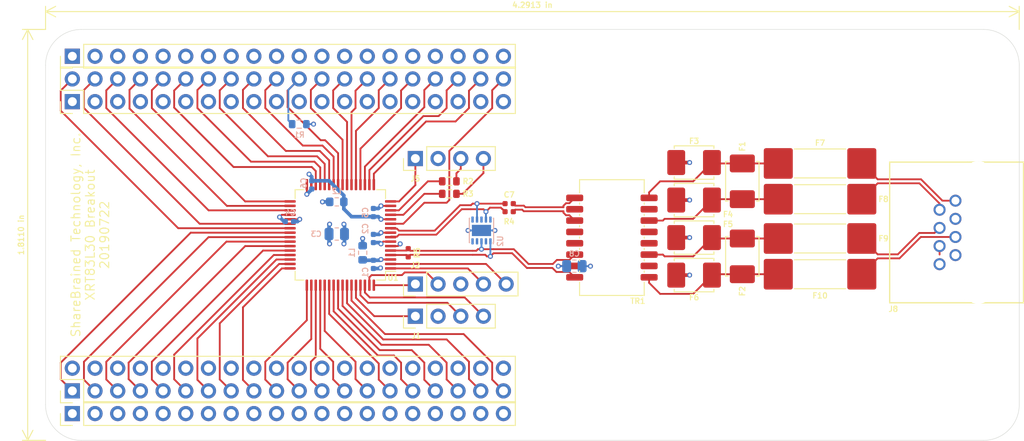
<source format=kicad_pcb>
(kicad_pcb (version 20171130) (host pcbnew 5.1.2-f72e74a~84~ubuntu18.04.1)
  (layers (0 F.Cu signal) (1 In1.Cu signal) (2 In2.Cu signal) (31 B.Cu signal) (34 B.Paste user) (35 F.Paste user) (36 B.SilkS user) (37 F.SilkS user) (38 B.Mask user) (39 F.Mask user) (44 Edge.Cuts user))
  (net 0 "")
  (net 1 GND)
  (net 2 /RCLK)
  (net 3 /RLOS)
  (net 4 /TNEG_CODES)
  (net 5 /TPOS_TDATA)
  (net 6 /TCLK)
  (net 7 /~ICT)
  (net 8 /TXON)
  (net 9 /TCLKE)
  (net 10 /TXTEST0)
  (net 11 /TXTEST1)
  (net 12 /TXTEST2)
  (net 13 /RCLKE)
  (net 14 /RXRES0)
  (net 15 /RXRES1)
  (net 16 /RXMUTE)
  (net 17 /GAUGE)
  (net 18 /JASEL0)
  (net 19 /JASEL1)
  (net 20 /JABW)
  (net 21 /TXTSEL)
  (net 22 /RXTSEL)
  (net 23 /TERSEL1)
  (net 24 /TERSEL0)
  (net 25 /~RESET)
  (net 26 /QRPD)
  (net 27 /AISD)
  (net 28 /NLCD)
  (net 29 VDD)
  (net 30 /INSBPV)
  (net 31 /NLCDE0)
  (net 32 /NLCDE1)
  (net 33 /AVDD)
  (net 34 /LOOP0)
  (net 35 /LOOP1)
  (net 36 /SD_~DR)
  (net 37 /ATAOS)
  (net 38 /TRATIO)
  (net 39 /EQC0_~INT)
  (net 40 /EQC1_~CS)
  (net 41 /EQC2_SCLK)
  (net 42 /EQC3_SDO)
  (net 43 /EQC4_SDI)
  (net 44 /HW_~HOST)
  (net 45 /CLKSEL0)
  (net 46 /CLKSEL1)
  (net 47 /CLKSEL2)
  (net 48 /MCLKOUT)
  (net 49 "Net-(R2-Pad2)")
  (net 50 "Net-(R3-Pad2)")
  (net 51 /DMO)
  (net 52 /RAVDD)
  (net 53 /RPOS_RDATA)
  (net 54 /RNEG_LCV)
  (net 55 /MCLKE1)
  (net 56 /MCLKT1)
  (net 57 "Net-(J7-Pad1)")
  (net 58 "Net-(J4-Pad2)")
  (net 59 "Net-(J6-Pad39)")
  (net 60 "Net-(J6-Pad3)")
  (net 61 "Net-(J6-Pad1)")
  (net 62 "Net-(J7-Pad2)")
  (net 63 "Net-(J8-Pad8)")
  (net 64 "Net-(J8-Pad7)")
  (net 65 "Net-(C8-Pad1)")
  (net 66 "Net-(U2-Pad5)")
  (net 67 "Net-(J3-Pad1)")
  (net 68 "Net-(TR1-Pad10)")
  (net 69 "Net-(TR1-Pad7)")
  (net 70 /TX_P)
  (net 71 /TX_N)
  (net 72 /RX_P)
  (net 73 /RX_N)
  (net 74 "Net-(J7-Pad20)")
  (net 75 "Net-(TR1-Pad2)")
  (net 76 /LIU_TX_N)
  (net 77 /LIU_TX_1_N)
  (net 78 /TX_1_P)
  (net 79 /TX_1_N)
  (net 80 /RX_1_P)
  (net 81 /RX_1_N)
  (net 82 /LIU_TX_P)
  (net 83 /LIU_TX_1_P)
  (net 84 /LIU_RX_N)
  (net 85 /LIU_RX_P)
  (net 86 "Net-(J8-Pad6)")
  (net 87 "Net-(J8-Pad3)")
  (module ipc_indc:IPC_INDC160X80X100L30N (layer B.Cu) (at 129.6 96.3 180)
    (fp_text reference L2 (at 0 1.2) (layer B.SilkS) (effects (font (size 0.61 0.61) (thickness 0.12)) (justify mirror)))
    (fp_text value L)
    (pad 2 smd roundrect (at 0.79 0 180) (size 0.84 0.97) (layers B.Cu B.Paste B.Mask) (net 29 VDD))
    (pad 1 smd roundrect (at -0.79 0 180) (size 0.84 0.97) (layers B.Cu B.Paste B.Mask) (net 33 /AVDD))
  )
  (module ipc_indc:IPC_INDC160X80X100L30N (layer B.Cu) (at 132.5 102 90)
    (fp_text reference L1 (at 0 -1.2 90) (layer B.SilkS) (effects (font (size 0.61 0.61) (thickness 0.12)) (justify mirror)))
    (fp_text value L)
    (pad 2 smd roundrect (at 0.79 0 90) (size 0.84 0.97) (layers B.Cu B.Paste B.Mask) (net 29 VDD))
    (pad 1 smd roundrect (at -0.79 0 90) (size 0.84 0.97) (layers B.Cu B.Paste B.Mask) (net 52 /RAVDD))
  )
  (module ipc_capc:IPC_CAPC200X125X135L45N (layer B.Cu) (at 129.6 99.9 180)
    (fp_text reference C3 (at 2.3 0 180) (layer B.SilkS) (effects (font (size 0.61 0.61) (thickness 0.12)) (justify mirror)))
    (fp_text value 10U)
    (pad 2 smd roundrect (at 0.865 0 180) (size 1 1.38) (layers B.Cu B.Paste B.Mask) (net 1 GND))
    (pad 1 smd roundrect (at -0.865 0 180) (size 1 1.38) (layers B.Cu B.Paste B.Mask) (net 29 VDD))
  )
  (module ipc_son:IPC_SON11P50_260X260X65L35X25T215X126N (layer B.Cu) (at 145.8 99.5 90)
    (fp_text reference U2 (at -1.2 2.1 270) (layer B.SilkS) (effects (font (size 0.61 0.61) (thickness 0.12)) (justify mirror)))
    (fp_text value RClamp3304NA)
    (pad 11 smd rect (at 0 0 90) (size 1.26 2.15) (layers B.Cu B.Paste B.Mask) (net 1 GND))
    (pad 10 smd roundrect (at 1.22 1) (size 0.27 0.69) (layers B.Cu B.Paste B.Mask))
    (pad 9 smd roundrect (at 1.22 0.5) (size 0.27 0.69) (layers B.Cu B.Paste B.Mask) (net 82 /LIU_TX_P))
    (pad 8 smd roundrect (at 1.22 0) (size 0.27 0.69) (layers B.Cu B.Paste B.Mask))
    (pad 7 smd roundrect (at 1.22 -0.5) (size 0.27 0.69) (layers B.Cu B.Paste B.Mask) (net 76 /LIU_TX_N))
    (pad 6 smd roundrect (at 1.22 -1) (size 0.27 0.69) (layers B.Cu B.Paste B.Mask))
    (pad 5 smd roundrect (at -1.22 -1 180) (size 0.27 0.69) (layers B.Cu B.Paste B.Mask) (net 66 "Net-(U2-Pad5)"))
    (pad 4 smd roundrect (at -1.22 -0.5 180) (size 0.27 0.69) (layers B.Cu B.Paste B.Mask))
    (pad 3 smd roundrect (at -1.22 0 180) (size 0.27 0.69) (layers B.Cu B.Paste B.Mask) (net 84 /LIU_RX_N))
    (pad 2 smd roundrect (at -1.22 0.5 180) (size 0.27 0.69) (layers B.Cu B.Paste B.Mask))
    (pad 1 smd roundrect (at -1.22 1 180) (size 0.27 0.69) (layers B.Cu B.Paste B.Mask) (net 85 /LIU_RX_P))
  )
  (module ipc_resc:IPC_RESC100X50X40L25N (layer F.Cu) (at 137.6 102 90)
    (fp_text reference R5 (at 0 1 90) (layer F.SilkS) (effects (font (size 0.61 0.61) (thickness 0.12))))
    (fp_text value DNP)
    (pad 2 smd roundrect (at 0.46 0 90) (size 0.58 0.58) (layers F.Cu F.Paste F.Mask) (net 84 /LIU_RX_N))
    (pad 1 smd roundrect (at -0.46 0 90) (size 0.58 0.58) (layers F.Cu F.Paste F.Mask) (net 85 /LIU_RX_P))
  )
  (module ipc_resc:IPC_RESC100X50X40L25N (layer F.Cu) (at 148.9 97.4 180)
    (fp_text reference R4 (at 0 -1.1) (layer F.SilkS) (effects (font (size 0.61 0.61) (thickness 0.12))))
    (fp_text value 0R)
    (pad 2 smd roundrect (at 0.46 0 180) (size 0.58 0.58) (layers F.Cu F.Paste F.Mask) (net 82 /LIU_TX_P))
    (pad 1 smd roundrect (at -0.46 0 180) (size 0.58 0.58) (layers F.Cu F.Paste F.Mask) (net 83 /LIU_TX_1_P))
  )
  (module ipc_capc:IPC_CAPC100X50X55L25N (layer F.Cu) (at 148.9 96.5 180)
    (fp_text reference C7 (at 0 1) (layer F.SilkS) (effects (font (size 0.61 0.61) (thickness 0.12))))
    (fp_text value 680N)
    (pad 2 smd roundrect (at 0.46 0 180) (size 0.58 0.58) (layers F.Cu F.Paste F.Mask) (net 76 /LIU_TX_N))
    (pad 1 smd roundrect (at -0.46 0 180) (size 0.58 0.58) (layers F.Cu F.Paste F.Mask) (net 77 /LIU_TX_1_N))
  )
  (module pulse:BH (layer F.Cu) (at 160.4 100.3 90)
    (fp_text reference TR1 (at -7.1 2.9 180) (layer F.SilkS) (effects (font (size 0.61 0.61) (thickness 0.12))))
    (fp_text value BH_1)
    (pad 16 smd roundrect (at -4.445 -4.165 90) (size 0.74 1.91) (layers F.Cu F.Paste F.Mask) (net 85 /LIU_RX_P))
    (pad 15 smd roundrect (at -3.175 -4.165 90) (size 0.74 1.91) (layers F.Cu F.Paste F.Mask) (net 65 "Net-(C8-Pad1)"))
    (pad 14 smd roundrect (at -1.905 -4.165 90) (size 0.74 1.91) (layers F.Cu F.Paste F.Mask) (net 84 /LIU_RX_N))
    (pad 13 smd roundrect (at -0.635 -4.165 90) (size 0.74 1.91) (layers F.Cu F.Paste F.Mask))
    (pad 12 smd roundrect (at 0.635 -4.165 90) (size 0.74 1.91) (layers F.Cu F.Paste F.Mask))
    (pad 11 smd roundrect (at 1.905 -4.165 90) (size 0.74 1.91) (layers F.Cu F.Paste F.Mask) (net 83 /LIU_TX_1_P))
    (pad 10 smd roundrect (at 3.175 -4.165 90) (size 0.74 1.91) (layers F.Cu F.Paste F.Mask) (net 68 "Net-(TR1-Pad10)"))
    (pad 9 smd roundrect (at 4.445 -4.165 90) (size 0.74 1.91) (layers F.Cu F.Paste F.Mask) (net 77 /LIU_TX_1_N))
    (pad 8 smd roundrect (at 4.445 4.165 90) (size 0.74 1.91) (layers F.Cu F.Paste F.Mask) (net 79 /TX_1_N))
    (pad 7 smd roundrect (at 3.175 4.165 90) (size 0.74 1.91) (layers F.Cu F.Paste F.Mask) (net 69 "Net-(TR1-Pad7)"))
    (pad 6 smd roundrect (at 1.905 4.165 90) (size 0.74 1.91) (layers F.Cu F.Paste F.Mask) (net 78 /TX_1_P))
    (pad 5 smd roundrect (at 0.635 4.165 90) (size 0.74 1.91) (layers F.Cu F.Paste F.Mask))
    (pad 4 smd roundrect (at -0.635 4.165 90) (size 0.74 1.91) (layers F.Cu F.Paste F.Mask))
    (pad 3 smd roundrect (at -1.905 4.165 90) (size 0.74 1.91) (layers F.Cu F.Paste F.Mask) (net 81 /RX_1_N))
    (pad 2 smd roundrect (at -3.175 4.165 90) (size 0.74 1.91) (layers F.Cu F.Paste F.Mask) (net 75 "Net-(TR1-Pad2)"))
    (pad 1 smd roundrect (at -4.445 4.165 90) (size 0.74 1.91) (layers F.Cu F.Paste F.Mask) (net 80 /RX_1_P))
  )
  (module littelfuse:DO-214AA (layer F.Cu) (at 175 94 270)
    (fp_text reference F1 (at -3.9 0 90) (layer F.SilkS) (effects (font (size 0.61 0.61) (thickness 0.12))))
    (fp_text value Polyfuse)
    (pad 2 smd roundrect (at 2 0 270) (size 2 2.8) (layers F.Cu F.Paste F.Mask) (roundrect_rratio 0.125) (net 78 /TX_1_P))
    (pad 1 smd roundrect (at -2 0 270) (size 2 2.8) (layers F.Cu F.Paste F.Mask) (roundrect_rratio 0.125) (net 79 /TX_1_N))
  )
  (module ipc_capc:IPC_CAPC200X125X135L45N (layer B.Cu) (at 156.2 103.5)
    (fp_text reference C8 (at 0 -1.4) (layer B.SilkS) (effects (font (size 0.61 0.61) (thickness 0.12)) (justify mirror)))
    (fp_text value ?)
    (pad 2 smd roundrect (at 0.865 0) (size 1 1.38) (layers B.Cu B.Paste B.Mask) (net 1 GND))
    (pad 1 smd roundrect (at -0.865 0) (size 1 1.38) (layers B.Cu B.Paste B.Mask) (net 65 "Net-(C8-Pad1)"))
  )
  (module littelfuse:DO-214AA (layer F.Cu) (at 169.6 104.5)
    (fp_text reference F6 (at 0 2.5) (layer F.SilkS) (effects (font (size 0.61 0.61) (thickness 0.12))))
    (fp_text value Polyfuse)
    (pad 2 smd roundrect (at 2 0) (size 2 2.8) (layers F.Cu F.Paste F.Mask) (roundrect_rratio 0.125) (net 80 /RX_1_P))
    (pad 1 smd roundrect (at -2 0) (size 2 2.8) (layers F.Cu F.Paste F.Mask) (roundrect_rratio 0.125) (net 1 GND))
  )
  (module littelfuse:DO-214AA (layer F.Cu) (at 169.6 100.3 180)
    (fp_text reference F5 (at -3.8 1.5) (layer F.SilkS) (effects (font (size 0.61 0.61) (thickness 0.12))))
    (fp_text value Polyfuse)
    (pad 2 smd roundrect (at 2 0 180) (size 2 2.8) (layers F.Cu F.Paste F.Mask) (roundrect_rratio 0.125) (net 1 GND))
    (pad 1 smd roundrect (at -2 0 180) (size 2 2.8) (layers F.Cu F.Paste F.Mask) (roundrect_rratio 0.125) (net 81 /RX_1_N))
  )
  (module littelfuse:DO-214AA (layer F.Cu) (at 169.6 96.1)
    (fp_text reference F4 (at 3.8 1.6) (layer F.SilkS) (effects (font (size 0.61 0.61) (thickness 0.12))))
    (fp_text value Polyfuse)
    (pad 2 smd roundrect (at 2 0) (size 2 2.8) (layers F.Cu F.Paste F.Mask) (roundrect_rratio 0.125) (net 78 /TX_1_P))
    (pad 1 smd roundrect (at -2 0) (size 2 2.8) (layers F.Cu F.Paste F.Mask) (roundrect_rratio 0.125) (net 1 GND))
  )
  (module littelfuse:DO-214AA (layer F.Cu) (at 169.6 91.9 180)
    (fp_text reference F3 (at 0 2.4) (layer F.SilkS) (effects (font (size 0.61 0.61) (thickness 0.12))))
    (fp_text value Polyfuse)
    (pad 2 smd roundrect (at 2 0 180) (size 2 2.8) (layers F.Cu F.Paste F.Mask) (roundrect_rratio 0.125) (net 1 GND))
    (pad 1 smd roundrect (at -2 0 180) (size 2 2.8) (layers F.Cu F.Paste F.Mask) (roundrect_rratio 0.125) (net 79 /TX_1_N))
  )
  (module littelfuse:DO-214AA (layer F.Cu) (at 175 102.4 270)
    (fp_text reference F2 (at 3.9 0 90) (layer F.SilkS) (effects (font (size 0.61 0.61) (thickness 0.12))))
    (fp_text value Polyfuse)
    (pad 2 smd roundrect (at 2 0 270) (size 2 2.8) (layers F.Cu F.Paste F.Mask) (roundrect_rratio 0.125) (net 80 /RX_1_P))
    (pad 1 smd roundrect (at -2 0 270) (size 2 2.8) (layers F.Cu F.Paste F.Mask) (roundrect_rratio 0.125) (net 81 /RX_1_N))
  )
  (module littelfuse:461 (layer F.Cu) (at 183.7 104.4 180)
    (fp_text reference F10 (at 0 -2.4) (layer F.SilkS) (effects (font (size 0.61 0.61) (thickness 0.12))))
    (fp_text value Fuse)
    (pad 2 smd roundrect (at 4.675 0 180) (size 3.25 3.43) (layers F.Cu F.Paste F.Mask) (roundrect_rratio 0.0769) (net 80 /RX_1_P))
    (pad 1 smd roundrect (at -4.675 0 180) (size 3.25 3.43) (layers F.Cu F.Paste F.Mask) (roundrect_rratio 0.0769) (net 72 /RX_P))
  )
  (module littelfuse:461 (layer F.Cu) (at 183.7 100.4 180)
    (fp_text reference F9 (at -7.1 0) (layer F.SilkS) (effects (font (size 0.61 0.61) (thickness 0.12))))
    (fp_text value Fuse)
    (pad 2 smd roundrect (at 4.675 0 180) (size 3.25 3.43) (layers F.Cu F.Paste F.Mask) (roundrect_rratio 0.0769) (net 81 /RX_1_N))
    (pad 1 smd roundrect (at -4.675 0 180) (size 3.25 3.43) (layers F.Cu F.Paste F.Mask) (roundrect_rratio 0.0769) (net 73 /RX_N))
  )
  (module littelfuse:461 (layer F.Cu) (at 183.7 96 180)
    (fp_text reference F8 (at -7.1 0) (layer F.SilkS) (effects (font (size 0.61 0.61) (thickness 0.12))))
    (fp_text value Fuse)
    (pad 2 smd roundrect (at 4.675 0 180) (size 3.25 3.43) (layers F.Cu F.Paste F.Mask) (roundrect_rratio 0.0769) (net 78 /TX_1_P))
    (pad 1 smd roundrect (at -4.675 0 180) (size 3.25 3.43) (layers F.Cu F.Paste F.Mask) (roundrect_rratio 0.0769) (net 70 /TX_P))
  )
  (module littelfuse:461 (layer F.Cu) (at 183.7 92 180)
    (fp_text reference F7 (at 0 2.3) (layer F.SilkS) (effects (font (size 0.61 0.61) (thickness 0.12))))
    (fp_text value Fuse)
    (pad 2 smd roundrect (at 4.675 0 180) (size 3.25 3.43) (layers F.Cu F.Paste F.Mask) (roundrect_rratio 0.0769) (net 79 /TX_1_N))
    (pad 1 smd roundrect (at -4.675 0 180) (size 3.25 3.43) (layers F.Cu F.Paste F.Mask) (roundrect_rratio 0.0769) (net 71 /TX_N))
  )
  (module ipc_capc:IPC_CAPC100X50X55L25N (layer B.Cu) (at 126.8 94.4 90)
    (fp_text reference C6 (at 0.2 -0.9 90) (layer B.SilkS) (effects (font (size 0.61 0.61) (thickness 0.12)) (justify mirror)))
    (fp_text value 100N)
    (pad 2 smd roundrect (at 0.46 0 90) (size 0.58 0.58) (layers B.Cu B.Paste B.Mask) (net 33 /AVDD))
    (pad 1 smd roundrect (at -0.46 0 90) (size 0.58 0.58) (layers B.Cu B.Paste B.Mask) (net 1 GND))
  )
  (module ipc_capc:IPC_CAPC100X50X55L25N (layer B.Cu) (at 133.7 97.5 270)
    (fp_text reference C5 (at 0 0.9 90) (layer B.SilkS) (effects (font (size 0.61 0.61) (thickness 0.12)) (justify mirror)))
    (fp_text value 100N)
    (pad 2 smd roundrect (at 0.46 0 270) (size 0.58 0.58) (layers B.Cu B.Paste B.Mask) (net 33 /AVDD))
    (pad 1 smd roundrect (at -0.46 0 270) (size 0.58 0.58) (layers B.Cu B.Paste B.Mask) (net 1 GND))
  )
  (module ipc_capc:IPC_CAPC100X50X55L25N (layer B.Cu) (at 124.3 98.5 180)
    (fp_text reference C4 (at -0.1 1) (layer B.SilkS) (effects (font (size 0.61 0.61) (thickness 0.12)) (justify mirror)))
    (fp_text value 100N)
    (pad 2 smd roundrect (at 0.46 0 180) (size 0.58 0.58) (layers B.Cu B.Paste B.Mask) (net 29 VDD))
    (pad 1 smd roundrect (at -0.46 0 180) (size 0.58 0.58) (layers B.Cu B.Paste B.Mask) (net 1 GND))
  )
  (module ipc_capc:IPC_CAPC100X50X55L25N (layer B.Cu) (at 133.7 100.4 90)
    (fp_text reference C2 (at 1.1 -0.9 90) (layer B.SilkS) (effects (font (size 0.61 0.61) (thickness 0.12)) (justify mirror)))
    (fp_text value 100N)
    (pad 2 smd roundrect (at 0.46 0 90) (size 0.58 0.58) (layers B.Cu B.Paste B.Mask) (net 29 VDD))
    (pad 1 smd roundrect (at -0.46 0 90) (size 0.58 0.58) (layers B.Cu B.Paste B.Mask) (net 1 GND))
  )
  (module ipc_capc:IPC_CAPC100X50X55L25N (layer B.Cu) (at 133.7 103.3 90)
    (fp_text reference C1 (at -0.9 -0.9 90) (layer B.SilkS) (effects (font (size 0.61 0.61) (thickness 0.12)) (justify mirror)))
    (fp_text value 100N)
    (pad 2 smd roundrect (at 0.46 0 90) (size 0.58 0.58) (layers B.Cu B.Paste B.Mask) (net 52 /RAVDD))
    (pad 1 smd roundrect (at -0.46 0 90) (size 0.58 0.58) (layers B.Cu B.Paste B.Mask) (net 1 GND))
  )
  (module ipc_qfp:IPC_QFP64P50_1200X1200X160L60X20N (layer F.Cu) (at 130 100 180)
    (fp_text reference U1 (at -5.9 -4.8) (layer F.SilkS) (effects (font (size 0.61 0.61) (thickness 0.12))))
    (fp_text value XRT83L30)
    (pad 64 smd roundrect (at -3.75 -5.63) (size 0.28 1.26) (layers F.Cu F.Paste F.Mask) (net 2 /RCLK))
    (pad 63 smd roundrect (at -3.25 -5.63) (size 0.28 1.26) (layers F.Cu F.Paste F.Mask) (net 3 /RLOS))
    (pad 62 smd roundrect (at -2.75 -5.63) (size 0.28 1.26) (layers F.Cu F.Paste F.Mask) (net 4 /TNEG_CODES))
    (pad 61 smd roundrect (at -2.25 -5.63) (size 0.28 1.26) (layers F.Cu F.Paste F.Mask) (net 5 /TPOS_TDATA))
    (pad 60 smd roundrect (at -1.75 -5.63) (size 0.28 1.26) (layers F.Cu F.Paste F.Mask) (net 6 /TCLK))
    (pad 59 smd roundrect (at -1.25 -5.63) (size 0.28 1.26) (layers F.Cu F.Paste F.Mask) (net 7 /~ICT))
    (pad 58 smd roundrect (at -0.75 -5.63) (size 0.28 1.26) (layers F.Cu F.Paste F.Mask) (net 8 /TXON))
    (pad 57 smd roundrect (at -0.25 -5.63) (size 0.28 1.26) (layers F.Cu F.Paste F.Mask) (net 9 /TCLKE))
    (pad 56 smd roundrect (at 0.25 -5.63) (size 0.28 1.26) (layers F.Cu F.Paste F.Mask) (net 10 /TXTEST0))
    (pad 55 smd roundrect (at 0.75 -5.63) (size 0.28 1.26) (layers F.Cu F.Paste F.Mask) (net 11 /TXTEST1))
    (pad 54 smd roundrect (at 1.25 -5.63) (size 0.28 1.26) (layers F.Cu F.Paste F.Mask) (net 12 /TXTEST2))
    (pad 53 smd roundrect (at 1.75 -5.63) (size 0.28 1.26) (layers F.Cu F.Paste F.Mask) (net 13 /RCLKE))
    (pad 52 smd roundrect (at 2.25 -5.63) (size 0.28 1.26) (layers F.Cu F.Paste F.Mask) (net 14 /RXRES0))
    (pad 51 smd roundrect (at 2.75 -5.63) (size 0.28 1.26) (layers F.Cu F.Paste F.Mask) (net 15 /RXRES1))
    (pad 50 smd roundrect (at 3.25 -5.63) (size 0.28 1.26) (layers F.Cu F.Paste F.Mask) (net 16 /RXMUTE))
    (pad 49 smd roundrect (at 3.75 -5.63) (size 0.28 1.26) (layers F.Cu F.Paste F.Mask) (net 17 /GAUGE))
    (pad 48 smd roundrect (at 5.63 -3.75 270) (size 0.28 1.26) (layers F.Cu F.Paste F.Mask) (net 18 /JASEL0))
    (pad 47 smd roundrect (at 5.63 -3.25 270) (size 0.28 1.26) (layers F.Cu F.Paste F.Mask) (net 19 /JASEL1))
    (pad 46 smd roundrect (at 5.63 -2.75 270) (size 0.28 1.26) (layers F.Cu F.Paste F.Mask) (net 20 /JABW))
    (pad 45 smd roundrect (at 5.63 -2.25 270) (size 0.28 1.26) (layers F.Cu F.Paste F.Mask) (net 21 /TXTSEL))
    (pad 44 smd roundrect (at 5.63 -1.75 270) (size 0.28 1.26) (layers F.Cu F.Paste F.Mask) (net 22 /RXTSEL))
    (pad 43 smd roundrect (at 5.63 -1.25 270) (size 0.28 1.26) (layers F.Cu F.Paste F.Mask) (net 23 /TERSEL1))
    (pad 42 smd roundrect (at 5.63 -0.75 270) (size 0.28 1.26) (layers F.Cu F.Paste F.Mask) (net 24 /TERSEL0))
    (pad 41 smd roundrect (at 5.63 -0.25 270) (size 0.28 1.26) (layers F.Cu F.Paste F.Mask) (net 25 /~RESET))
    (pad 40 smd roundrect (at 5.63 0.25 270) (size 0.28 1.26) (layers F.Cu F.Paste F.Mask) (net 26 /QRPD))
    (pad 39 smd roundrect (at 5.63 0.75 270) (size 0.28 1.26) (layers F.Cu F.Paste F.Mask) (net 27 /AISD))
    (pad 38 smd roundrect (at 5.63 1.25 270) (size 0.28 1.26) (layers F.Cu F.Paste F.Mask) (net 28 /NLCD))
    (pad 37 smd roundrect (at 5.63 1.75 270) (size 0.28 1.26) (layers F.Cu F.Paste F.Mask) (net 1 GND))
    (pad 36 smd roundrect (at 5.63 2.25 270) (size 0.28 1.26) (layers F.Cu F.Paste F.Mask) (net 29 VDD))
    (pad 35 smd roundrect (at 5.63 2.75 270) (size 0.28 1.26) (layers F.Cu F.Paste F.Mask) (net 30 /INSBPV))
    (pad 34 smd roundrect (at 5.63 3.25 270) (size 0.28 1.26) (layers F.Cu F.Paste F.Mask) (net 31 /NLCDE0))
    (pad 33 smd roundrect (at 5.63 3.75 270) (size 0.28 1.26) (layers F.Cu F.Paste F.Mask) (net 32 /NLCDE1))
    (pad 32 smd roundrect (at 3.75 5.63 180) (size 0.28 1.26) (layers F.Cu F.Paste F.Mask) (net 1 GND))
    (pad 31 smd roundrect (at 3.25 5.63 180) (size 0.28 1.26) (layers F.Cu F.Paste F.Mask) (net 33 /AVDD))
    (pad 30 smd roundrect (at 2.75 5.63 180) (size 0.28 1.26) (layers F.Cu F.Paste F.Mask) (net 34 /LOOP0))
    (pad 29 smd roundrect (at 2.25 5.63 180) (size 0.28 1.26) (layers F.Cu F.Paste F.Mask) (net 35 /LOOP1))
    (pad 28 smd roundrect (at 1.75 5.63 180) (size 0.28 1.26) (layers F.Cu F.Paste F.Mask) (net 36 /SD_~DR))
    (pad 27 smd roundrect (at 1.25 5.63 180) (size 0.28 1.26) (layers F.Cu F.Paste F.Mask) (net 37 /ATAOS))
    (pad 26 smd roundrect (at 0.75 5.63 180) (size 0.28 1.26) (layers F.Cu F.Paste F.Mask) (net 38 /TRATIO))
    (pad 25 smd roundrect (at 0.25 5.63 180) (size 0.28 1.26) (layers F.Cu F.Paste F.Mask) (net 39 /EQC0_~INT))
    (pad 24 smd roundrect (at -0.25 5.63 180) (size 0.28 1.26) (layers F.Cu F.Paste F.Mask) (net 40 /EQC1_~CS))
    (pad 23 smd roundrect (at -0.75 5.63 180) (size 0.28 1.26) (layers F.Cu F.Paste F.Mask) (net 41 /EQC2_SCLK))
    (pad 22 smd roundrect (at -1.25 5.63 180) (size 0.28 1.26) (layers F.Cu F.Paste F.Mask) (net 42 /EQC3_SDO))
    (pad 21 smd roundrect (at -1.75 5.63 180) (size 0.28 1.26) (layers F.Cu F.Paste F.Mask) (net 43 /EQC4_SDI))
    (pad 20 smd roundrect (at -2.25 5.63 180) (size 0.28 1.26) (layers F.Cu F.Paste F.Mask) (net 44 /HW_~HOST))
    (pad 19 smd roundrect (at -2.75 5.63 180) (size 0.28 1.26) (layers F.Cu F.Paste F.Mask) (net 45 /CLKSEL0))
    (pad 18 smd roundrect (at -3.25 5.63 180) (size 0.28 1.26) (layers F.Cu F.Paste F.Mask) (net 46 /CLKSEL1))
    (pad 17 smd roundrect (at -3.75 5.63 180) (size 0.28 1.26) (layers F.Cu F.Paste F.Mask) (net 47 /CLKSEL2))
    (pad 16 smd roundrect (at -5.63 3.75 90) (size 0.28 1.26) (layers F.Cu F.Paste F.Mask) (net 48 /MCLKOUT))
    (pad 15 smd roundrect (at -5.63 3.25 90) (size 0.28 1.26) (layers F.Cu F.Paste F.Mask) (net 1 GND))
    (pad 14 smd roundrect (at -5.63 2.75 90) (size 0.28 1.26) (layers F.Cu F.Paste F.Mask) (net 49 "Net-(R2-Pad2)"))
    (pad 13 smd roundrect (at -5.63 2.25 90) (size 0.28 1.26) (layers F.Cu F.Paste F.Mask) (net 50 "Net-(R3-Pad2)"))
    (pad 12 smd roundrect (at -5.63 1.75 90) (size 0.28 1.26) (layers F.Cu F.Paste F.Mask) (net 33 /AVDD))
    (pad 11 smd roundrect (at -5.63 1.25 90) (size 0.28 1.26) (layers F.Cu F.Paste F.Mask) (net 51 /DMO))
    (pad 10 smd roundrect (at -5.63 0.75 90) (size 0.28 1.26) (layers F.Cu F.Paste F.Mask) (net 76 /LIU_TX_N))
    (pad 9 smd roundrect (at -5.63 0.25 90) (size 0.28 1.26) (layers F.Cu F.Paste F.Mask) (net 29 VDD))
    (pad 8 smd roundrect (at -5.63 -0.25 90) (size 0.28 1.26) (layers F.Cu F.Paste F.Mask) (net 82 /LIU_TX_P))
    (pad 7 smd roundrect (at -5.63 -0.75 90) (size 0.28 1.26) (layers F.Cu F.Paste F.Mask) (net 1 GND))
    (pad 6 smd roundrect (at -5.63 -1.25 90) (size 0.28 1.26) (layers F.Cu F.Paste F.Mask) (net 1 GND))
    (pad 5 smd roundrect (at -5.63 -1.75 90) (size 0.28 1.26) (layers F.Cu F.Paste F.Mask) (net 84 /LIU_RX_N))
    (pad 4 smd roundrect (at -5.63 -2.25 90) (size 0.28 1.26) (layers F.Cu F.Paste F.Mask) (net 85 /LIU_RX_P))
    (pad 3 smd roundrect (at -5.63 -2.75 90) (size 0.28 1.26) (layers F.Cu F.Paste F.Mask) (net 52 /RAVDD))
    (pad 2 smd roundrect (at -5.63 -3.25 90) (size 0.28 1.26) (layers F.Cu F.Paste F.Mask) (net 53 /RPOS_RDATA))
    (pad 1 smd roundrect (at -5.63 -3.75 90) (size 0.28 1.26) (layers F.Cu F.Paste F.Mask) (net 54 /RNEG_LCV))
  )
  (module Connector_PinHeader_2.54mm:PinHeader_1x20_P2.54mm_Vertical (layer F.Cu) (at 100 80 90)
    (fp_text reference J7 hide)
    (fp_text value Conn_01x20 hide)
    (pad 20 thru_hole oval (at 0 48.26 90) (size 1.7 1.7) (drill 1) (layers *.Cu *.Mask) (net 74 "Net-(J7-Pad20)"))
    (pad 19 thru_hole oval (at 0 45.72 90) (size 1.7 1.7) (drill 1) (layers *.Cu *.Mask) (net 29 VDD))
    (pad 18 thru_hole oval (at 0 43.18 90) (size 1.7 1.7) (drill 1) (layers *.Cu *.Mask) (net 29 VDD))
    (pad 17 thru_hole oval (at 0 40.64 90) (size 1.7 1.7) (drill 1) (layers *.Cu *.Mask) (net 29 VDD))
    (pad 16 thru_hole oval (at 0 38.1 90) (size 1.7 1.7) (drill 1) (layers *.Cu *.Mask) (net 29 VDD))
    (pad 15 thru_hole oval (at 0 35.56 90) (size 1.7 1.7) (drill 1) (layers *.Cu *.Mask) (net 29 VDD))
    (pad 14 thru_hole oval (at 0 33.02 90) (size 1.7 1.7) (drill 1) (layers *.Cu *.Mask) (net 29 VDD))
    (pad 13 thru_hole oval (at 0 30.48 90) (size 1.7 1.7) (drill 1) (layers *.Cu *.Mask) (net 29 VDD))
    (pad 12 thru_hole oval (at 0 27.94 90) (size 1.7 1.7) (drill 1) (layers *.Cu *.Mask) (net 29 VDD))
    (pad 11 thru_hole oval (at 0 25.4 90) (size 1.7 1.7) (drill 1) (layers *.Cu *.Mask) (net 29 VDD))
    (pad 10 thru_hole oval (at 0 22.86 90) (size 1.7 1.7) (drill 1) (layers *.Cu *.Mask) (net 29 VDD))
    (pad 9 thru_hole oval (at 0 20.32 90) (size 1.7 1.7) (drill 1) (layers *.Cu *.Mask) (net 29 VDD))
    (pad 8 thru_hole oval (at 0 17.78 90) (size 1.7 1.7) (drill 1) (layers *.Cu *.Mask) (net 29 VDD))
    (pad 7 thru_hole oval (at 0 15.24 90) (size 1.7 1.7) (drill 1) (layers *.Cu *.Mask) (net 29 VDD))
    (pad 6 thru_hole oval (at 0 12.7 90) (size 1.7 1.7) (drill 1) (layers *.Cu *.Mask) (net 29 VDD))
    (pad 5 thru_hole oval (at 0 10.16 90) (size 1.7 1.7) (drill 1) (layers *.Cu *.Mask) (net 29 VDD))
    (pad 4 thru_hole oval (at 0 7.62 90) (size 1.7 1.7) (drill 1) (layers *.Cu *.Mask) (net 29 VDD))
    (pad 3 thru_hole oval (at 0 5.08 90) (size 1.7 1.7) (drill 1) (layers *.Cu *.Mask) (net 29 VDD))
    (pad 2 thru_hole oval (at 0 2.54 90) (size 1.7 1.7) (drill 1) (layers *.Cu *.Mask) (net 62 "Net-(J7-Pad2)"))
    (pad 1 thru_hole rect (at 0 0 90) (size 1.7 1.7) (drill 1) (layers *.Cu *.Mask) (net 57 "Net-(J7-Pad1)"))
  )
  (module Connector_PinHeader_2.54mm:PinHeader_1x20_P2.54mm_Vertical (layer F.Cu) (at 100 120 90)
    (fp_text reference J3 hide)
    (fp_text value Conn_01x20 hide)
    (pad 20 thru_hole oval (at 0 48.26 90) (size 1.7 1.7) (drill 1) (layers *.Cu *.Mask) (net 1 GND))
    (pad 19 thru_hole oval (at 0 45.72 90) (size 1.7 1.7) (drill 1) (layers *.Cu *.Mask) (net 1 GND))
    (pad 18 thru_hole oval (at 0 43.18 90) (size 1.7 1.7) (drill 1) (layers *.Cu *.Mask) (net 1 GND))
    (pad 17 thru_hole oval (at 0 40.64 90) (size 1.7 1.7) (drill 1) (layers *.Cu *.Mask) (net 1 GND))
    (pad 16 thru_hole oval (at 0 38.1 90) (size 1.7 1.7) (drill 1) (layers *.Cu *.Mask) (net 1 GND))
    (pad 15 thru_hole oval (at 0 35.56 90) (size 1.7 1.7) (drill 1) (layers *.Cu *.Mask) (net 1 GND))
    (pad 14 thru_hole oval (at 0 33.02 90) (size 1.7 1.7) (drill 1) (layers *.Cu *.Mask) (net 1 GND))
    (pad 13 thru_hole oval (at 0 30.48 90) (size 1.7 1.7) (drill 1) (layers *.Cu *.Mask) (net 1 GND))
    (pad 12 thru_hole oval (at 0 27.94 90) (size 1.7 1.7) (drill 1) (layers *.Cu *.Mask) (net 1 GND))
    (pad 11 thru_hole oval (at 0 25.4 90) (size 1.7 1.7) (drill 1) (layers *.Cu *.Mask) (net 1 GND))
    (pad 10 thru_hole oval (at 0 22.86 90) (size 1.7 1.7) (drill 1) (layers *.Cu *.Mask) (net 1 GND))
    (pad 9 thru_hole oval (at 0 20.32 90) (size 1.7 1.7) (drill 1) (layers *.Cu *.Mask) (net 1 GND))
    (pad 8 thru_hole oval (at 0 17.78 90) (size 1.7 1.7) (drill 1) (layers *.Cu *.Mask) (net 1 GND))
    (pad 7 thru_hole oval (at 0 15.24 90) (size 1.7 1.7) (drill 1) (layers *.Cu *.Mask) (net 1 GND))
    (pad 6 thru_hole oval (at 0 12.7 90) (size 1.7 1.7) (drill 1) (layers *.Cu *.Mask) (net 1 GND))
    (pad 5 thru_hole oval (at 0 10.16 90) (size 1.7 1.7) (drill 1) (layers *.Cu *.Mask) (net 1 GND))
    (pad 4 thru_hole oval (at 0 7.62 90) (size 1.7 1.7) (drill 1) (layers *.Cu *.Mask) (net 1 GND))
    (pad 3 thru_hole oval (at 0 5.08 90) (size 1.7 1.7) (drill 1) (layers *.Cu *.Mask) (net 1 GND))
    (pad 2 thru_hole oval (at 0 2.54 90) (size 1.7 1.7) (drill 1) (layers *.Cu *.Mask) (net 1 GND))
    (pad 1 thru_hole rect (at 0 0 90) (size 1.7 1.7) (drill 1) (layers *.Cu *.Mask) (net 67 "Net-(J3-Pad1)"))
  )
  (module ipc_resc:IPC_RESC160X80X55L25N (layer F.Cu) (at 142.2 95.4 180)
    (fp_text reference R3 (at -2.1 0) (layer F.SilkS) (effects (font (size 0.61 0.61) (thickness 0.12))))
    (fp_text value 100R)
    (pad 2 smd roundrect (at 0.795 0 180) (size 0.74 0.93) (layers F.Cu F.Paste F.Mask) (net 50 "Net-(R3-Pad2)"))
    (pad 1 smd roundrect (at -0.795 0 180) (size 0.74 0.93) (layers F.Cu F.Paste F.Mask) (net 55 /MCLKE1))
  )
  (module ipc_resc:IPC_RESC160X80X55L25N (layer F.Cu) (at 142.2 94 180)
    (fp_text reference R2 (at -2.1 0) (layer F.SilkS) (effects (font (size 0.61 0.61) (thickness 0.12))))
    (fp_text value 100R)
    (pad 2 smd roundrect (at 0.795 0 180) (size 0.74 0.93) (layers F.Cu F.Paste F.Mask) (net 49 "Net-(R2-Pad2)"))
    (pad 1 smd roundrect (at -0.795 0 180) (size 0.74 0.93) (layers F.Cu F.Paste F.Mask) (net 56 /MCLKT1))
  )
  (module ipc_resc:IPC_RESC160X80X55L25N (layer B.Cu) (at 125.4 87.6 180)
    (fp_text reference R1 (at 0 -1.2) (layer B.SilkS) (effects (font (size 0.61 0.61) (thickness 0.12)) (justify mirror)))
    (fp_text value 10K)
    (pad 2 smd roundrect (at 0.795 0 180) (size 0.74 0.93) (layers B.Cu B.Paste B.Mask) (net 39 /EQC0_~INT))
    (pad 1 smd roundrect (at -0.795 0 180) (size 0.74 0.93) (layers B.Cu B.Paste B.Mask) (net 29 VDD))
  )
  (module Connector_PinHeader_2.54mm:PinHeader_1x04_P2.54mm_Vertical (layer F.Cu) (at 138.4 91.45 90)
    (fp_text reference J5 (at -2.25 0 180) (layer F.SilkS) (effects (font (size 0.61 0.61) (thickness 0.12))))
    (fp_text value Conn_01x04 hide)
    (pad 4 thru_hole oval (at 0 7.62 90) (size 1.7 1.7) (drill 1) (layers *.Cu *.Mask) (net 55 /MCLKE1))
    (pad 3 thru_hole oval (at 0 5.08 90) (size 1.7 1.7) (drill 1) (layers *.Cu *.Mask) (net 56 /MCLKT1))
    (pad 2 thru_hole oval (at 0 2.54 90) (size 1.7 1.7) (drill 1) (layers *.Cu *.Mask) (net 1 GND))
    (pad 1 thru_hole rect (at 0 0 90) (size 1.7 1.7) (drill 1) (layers *.Cu *.Mask) (net 48 /MCLKOUT))
  )
  (module Connector_PinHeader_2.54mm:PinHeader_1x05_P2.54mm_Vertical (layer F.Cu) (at 138.4 105.5 90)
    (fp_text reference J2 (at 2.1 0) (layer F.SilkS) (effects (font (size 0.61 0.61) (thickness 0.12))))
    (fp_text value Conn_01x05 hide)
    (pad 5 thru_hole oval (at 0 10.16 90) (size 1.7 1.7) (drill 1) (layers *.Cu *.Mask) (net 53 /RPOS_RDATA))
    (pad 4 thru_hole oval (at 0 7.62 90) (size 1.7 1.7) (drill 1) (layers *.Cu *.Mask) (net 54 /RNEG_LCV))
    (pad 3 thru_hole oval (at 0 5.08 90) (size 1.7 1.7) (drill 1) (layers *.Cu *.Mask) (net 1 GND))
    (pad 2 thru_hole oval (at 0 2.54 90) (size 1.7 1.7) (drill 1) (layers *.Cu *.Mask) (net 3 /RLOS))
    (pad 1 thru_hole rect (at 0 0 90) (size 1.7 1.7) (drill 1) (layers *.Cu *.Mask) (net 2 /RCLK))
  )
  (module Connector_PinHeader_2.54mm:PinHeader_1x04_P2.54mm_Vertical (layer F.Cu) (at 138.4 109.1 90)
    (fp_text reference J1 (at -2.2 0.1 180) (layer F.SilkS) (effects (font (size 0.61 0.61) (thickness 0.12))))
    (fp_text value Conn_01x04 hide)
    (pad 4 thru_hole oval (at 0 7.62 90) (size 1.7 1.7) (drill 1) (layers *.Cu *.Mask) (net 4 /TNEG_CODES))
    (pad 3 thru_hole oval (at 0 5.08 90) (size 1.7 1.7) (drill 1) (layers *.Cu *.Mask) (net 5 /TPOS_TDATA))
    (pad 2 thru_hole oval (at 0 2.54 90) (size 1.7 1.7) (drill 1) (layers *.Cu *.Mask) (net 1 GND))
    (pad 1 thru_hole rect (at 0 0 90) (size 1.7 1.7) (drill 1) (layers *.Cu *.Mask) (net 6 /TCLK))
  )
  (module Connector_PinHeader_2.54mm:PinHeader_2x20_P2.54mm_Vertical (layer F.Cu) (at 100 85.08 90)
    (fp_text reference J6 hide)
    (fp_text value Conn_02x20_Odd_Even hide)
    (pad 40 thru_hole oval (at 2.54 48.26 90) (size 1.7 1.7) (drill 1) (layers *.Cu *.Mask) (net 51 /DMO))
    (pad 39 thru_hole oval (at 0 48.26 90) (size 1.7 1.7) (drill 1) (layers *.Cu *.Mask) (net 59 "Net-(J6-Pad39)"))
    (pad 38 thru_hole oval (at 2.54 45.72 90) (size 1.7 1.7) (drill 1) (layers *.Cu *.Mask) (net 47 /CLKSEL2))
    (pad 37 thru_hole oval (at 0 45.72 90) (size 1.7 1.7) (drill 1) (layers *.Cu *.Mask) (net 1 GND))
    (pad 36 thru_hole oval (at 2.54 43.18 90) (size 1.7 1.7) (drill 1) (layers *.Cu *.Mask) (net 46 /CLKSEL1))
    (pad 35 thru_hole oval (at 0 43.18 90) (size 1.7 1.7) (drill 1) (layers *.Cu *.Mask) (net 1 GND))
    (pad 34 thru_hole oval (at 2.54 40.64 90) (size 1.7 1.7) (drill 1) (layers *.Cu *.Mask) (net 45 /CLKSEL0))
    (pad 33 thru_hole oval (at 0 40.64 90) (size 1.7 1.7) (drill 1) (layers *.Cu *.Mask) (net 1 GND))
    (pad 32 thru_hole oval (at 2.54 38.1 90) (size 1.7 1.7) (drill 1) (layers *.Cu *.Mask) (net 44 /HW_~HOST))
    (pad 31 thru_hole oval (at 0 38.1 90) (size 1.7 1.7) (drill 1) (layers *.Cu *.Mask) (net 1 GND))
    (pad 30 thru_hole oval (at 2.54 35.56 90) (size 1.7 1.7) (drill 1) (layers *.Cu *.Mask) (net 43 /EQC4_SDI))
    (pad 29 thru_hole oval (at 0 35.56 90) (size 1.7 1.7) (drill 1) (layers *.Cu *.Mask) (net 1 GND))
    (pad 28 thru_hole oval (at 2.54 33.02 90) (size 1.7 1.7) (drill 1) (layers *.Cu *.Mask) (net 42 /EQC3_SDO))
    (pad 27 thru_hole oval (at 0 33.02 90) (size 1.7 1.7) (drill 1) (layers *.Cu *.Mask) (net 1 GND))
    (pad 26 thru_hole oval (at 2.54 30.48 90) (size 1.7 1.7) (drill 1) (layers *.Cu *.Mask) (net 41 /EQC2_SCLK))
    (pad 25 thru_hole oval (at 0 30.48 90) (size 1.7 1.7) (drill 1) (layers *.Cu *.Mask) (net 1 GND))
    (pad 24 thru_hole oval (at 2.54 27.94 90) (size 1.7 1.7) (drill 1) (layers *.Cu *.Mask) (net 40 /EQC1_~CS))
    (pad 23 thru_hole oval (at 0 27.94 90) (size 1.7 1.7) (drill 1) (layers *.Cu *.Mask) (net 1 GND))
    (pad 22 thru_hole oval (at 2.54 25.4 90) (size 1.7 1.7) (drill 1) (layers *.Cu *.Mask) (net 39 /EQC0_~INT))
    (pad 21 thru_hole oval (at 0 25.4 90) (size 1.7 1.7) (drill 1) (layers *.Cu *.Mask) (net 1 GND))
    (pad 20 thru_hole oval (at 2.54 22.86 90) (size 1.7 1.7) (drill 1) (layers *.Cu *.Mask) (net 38 /TRATIO))
    (pad 19 thru_hole oval (at 0 22.86 90) (size 1.7 1.7) (drill 1) (layers *.Cu *.Mask) (net 1 GND))
    (pad 18 thru_hole oval (at 2.54 20.32 90) (size 1.7 1.7) (drill 1) (layers *.Cu *.Mask) (net 37 /ATAOS))
    (pad 17 thru_hole oval (at 0 20.32 90) (size 1.7 1.7) (drill 1) (layers *.Cu *.Mask) (net 1 GND))
    (pad 16 thru_hole oval (at 2.54 17.78 90) (size 1.7 1.7) (drill 1) (layers *.Cu *.Mask) (net 36 /SD_~DR))
    (pad 15 thru_hole oval (at 0 17.78 90) (size 1.7 1.7) (drill 1) (layers *.Cu *.Mask) (net 1 GND))
    (pad 14 thru_hole oval (at 2.54 15.24 90) (size 1.7 1.7) (drill 1) (layers *.Cu *.Mask) (net 35 /LOOP1))
    (pad 13 thru_hole oval (at 0 15.24 90) (size 1.7 1.7) (drill 1) (layers *.Cu *.Mask) (net 1 GND))
    (pad 12 thru_hole oval (at 2.54 12.7 90) (size 1.7 1.7) (drill 1) (layers *.Cu *.Mask) (net 34 /LOOP0))
    (pad 11 thru_hole oval (at 0 12.7 90) (size 1.7 1.7) (drill 1) (layers *.Cu *.Mask) (net 1 GND))
    (pad 10 thru_hole oval (at 2.54 10.16 90) (size 1.7 1.7) (drill 1) (layers *.Cu *.Mask) (net 32 /NLCDE1))
    (pad 9 thru_hole oval (at 0 10.16 90) (size 1.7 1.7) (drill 1) (layers *.Cu *.Mask) (net 1 GND))
    (pad 8 thru_hole oval (at 2.54 7.62 90) (size 1.7 1.7) (drill 1) (layers *.Cu *.Mask) (net 31 /NLCDE0))
    (pad 7 thru_hole oval (at 0 7.62 90) (size 1.7 1.7) (drill 1) (layers *.Cu *.Mask) (net 1 GND))
    (pad 6 thru_hole oval (at 2.54 5.08 90) (size 1.7 1.7) (drill 1) (layers *.Cu *.Mask) (net 30 /INSBPV))
    (pad 5 thru_hole oval (at 0 5.08 90) (size 1.7 1.7) (drill 1) (layers *.Cu *.Mask) (net 1 GND))
    (pad 4 thru_hole oval (at 2.54 2.54 90) (size 1.7 1.7) (drill 1) (layers *.Cu *.Mask) (net 28 /NLCD))
    (pad 3 thru_hole oval (at 0 2.54 90) (size 1.7 1.7) (drill 1) (layers *.Cu *.Mask) (net 60 "Net-(J6-Pad3)"))
    (pad 2 thru_hole oval (at 2.54 0 90) (size 1.7 1.7) (drill 1) (layers *.Cu *.Mask) (net 27 /AISD))
    (pad 1 thru_hole rect (at 0 0 90) (size 1.7 1.7) (drill 1) (layers *.Cu *.Mask) (net 61 "Net-(J6-Pad1)"))
  )
  (module Connector_PinHeader_2.54mm:PinHeader_2x20_P2.54mm_Vertical (layer F.Cu) (at 100 117.46 90)
    (fp_text reference J4 hide)
    (fp_text value Conn_02x20_Odd_Even hide)
    (pad 40 thru_hole oval (at 2.54 48.26 90) (size 1.7 1.7) (drill 1) (layers *.Cu *.Mask) (net 29 VDD))
    (pad 39 thru_hole oval (at 0 48.26 90) (size 1.7 1.7) (drill 1) (layers *.Cu *.Mask) (net 7 /~ICT))
    (pad 38 thru_hole oval (at 2.54 45.72 90) (size 1.7 1.7) (drill 1) (layers *.Cu *.Mask) (net 29 VDD))
    (pad 37 thru_hole oval (at 0 45.72 90) (size 1.7 1.7) (drill 1) (layers *.Cu *.Mask) (net 8 /TXON))
    (pad 36 thru_hole oval (at 2.54 43.18 90) (size 1.7 1.7) (drill 1) (layers *.Cu *.Mask) (net 29 VDD))
    (pad 35 thru_hole oval (at 0 43.18 90) (size 1.7 1.7) (drill 1) (layers *.Cu *.Mask) (net 9 /TCLKE))
    (pad 34 thru_hole oval (at 2.54 40.64 90) (size 1.7 1.7) (drill 1) (layers *.Cu *.Mask) (net 29 VDD))
    (pad 33 thru_hole oval (at 0 40.64 90) (size 1.7 1.7) (drill 1) (layers *.Cu *.Mask) (net 10 /TXTEST0))
    (pad 32 thru_hole oval (at 2.54 38.1 90) (size 1.7 1.7) (drill 1) (layers *.Cu *.Mask) (net 29 VDD))
    (pad 31 thru_hole oval (at 0 38.1 90) (size 1.7 1.7) (drill 1) (layers *.Cu *.Mask) (net 11 /TXTEST1))
    (pad 30 thru_hole oval (at 2.54 35.56 90) (size 1.7 1.7) (drill 1) (layers *.Cu *.Mask) (net 29 VDD))
    (pad 29 thru_hole oval (at 0 35.56 90) (size 1.7 1.7) (drill 1) (layers *.Cu *.Mask) (net 12 /TXTEST2))
    (pad 28 thru_hole oval (at 2.54 33.02 90) (size 1.7 1.7) (drill 1) (layers *.Cu *.Mask) (net 29 VDD))
    (pad 27 thru_hole oval (at 0 33.02 90) (size 1.7 1.7) (drill 1) (layers *.Cu *.Mask) (net 13 /RCLKE))
    (pad 26 thru_hole oval (at 2.54 30.48 90) (size 1.7 1.7) (drill 1) (layers *.Cu *.Mask) (net 29 VDD))
    (pad 25 thru_hole oval (at 0 30.48 90) (size 1.7 1.7) (drill 1) (layers *.Cu *.Mask) (net 14 /RXRES0))
    (pad 24 thru_hole oval (at 2.54 27.94 90) (size 1.7 1.7) (drill 1) (layers *.Cu *.Mask) (net 29 VDD))
    (pad 23 thru_hole oval (at 0 27.94 90) (size 1.7 1.7) (drill 1) (layers *.Cu *.Mask) (net 15 /RXRES1))
    (pad 22 thru_hole oval (at 2.54 25.4 90) (size 1.7 1.7) (drill 1) (layers *.Cu *.Mask) (net 29 VDD))
    (pad 21 thru_hole oval (at 0 25.4 90) (size 1.7 1.7) (drill 1) (layers *.Cu *.Mask) (net 16 /RXMUTE))
    (pad 20 thru_hole oval (at 2.54 22.86 90) (size 1.7 1.7) (drill 1) (layers *.Cu *.Mask) (net 29 VDD))
    (pad 19 thru_hole oval (at 0 22.86 90) (size 1.7 1.7) (drill 1) (layers *.Cu *.Mask) (net 17 /GAUGE))
    (pad 18 thru_hole oval (at 2.54 20.32 90) (size 1.7 1.7) (drill 1) (layers *.Cu *.Mask) (net 29 VDD))
    (pad 17 thru_hole oval (at 0 20.32 90) (size 1.7 1.7) (drill 1) (layers *.Cu *.Mask) (net 18 /JASEL0))
    (pad 16 thru_hole oval (at 2.54 17.78 90) (size 1.7 1.7) (drill 1) (layers *.Cu *.Mask) (net 29 VDD))
    (pad 15 thru_hole oval (at 0 17.78 90) (size 1.7 1.7) (drill 1) (layers *.Cu *.Mask) (net 19 /JASEL1))
    (pad 14 thru_hole oval (at 2.54 15.24 90) (size 1.7 1.7) (drill 1) (layers *.Cu *.Mask) (net 29 VDD))
    (pad 13 thru_hole oval (at 0 15.24 90) (size 1.7 1.7) (drill 1) (layers *.Cu *.Mask) (net 20 /JABW))
    (pad 12 thru_hole oval (at 2.54 12.7 90) (size 1.7 1.7) (drill 1) (layers *.Cu *.Mask) (net 29 VDD))
    (pad 11 thru_hole oval (at 0 12.7 90) (size 1.7 1.7) (drill 1) (layers *.Cu *.Mask) (net 21 /TXTSEL))
    (pad 10 thru_hole oval (at 2.54 10.16 90) (size 1.7 1.7) (drill 1) (layers *.Cu *.Mask) (net 29 VDD))
    (pad 9 thru_hole oval (at 0 10.16 90) (size 1.7 1.7) (drill 1) (layers *.Cu *.Mask) (net 22 /RXTSEL))
    (pad 8 thru_hole oval (at 2.54 7.62 90) (size 1.7 1.7) (drill 1) (layers *.Cu *.Mask) (net 29 VDD))
    (pad 7 thru_hole oval (at 0 7.62 90) (size 1.7 1.7) (drill 1) (layers *.Cu *.Mask) (net 23 /TERSEL1))
    (pad 6 thru_hole oval (at 2.54 5.08 90) (size 1.7 1.7) (drill 1) (layers *.Cu *.Mask) (net 29 VDD))
    (pad 5 thru_hole oval (at 0 5.08 90) (size 1.7 1.7) (drill 1) (layers *.Cu *.Mask) (net 24 /TERSEL0))
    (pad 4 thru_hole oval (at 2.54 2.54 90) (size 1.7 1.7) (drill 1) (layers *.Cu *.Mask) (net 29 VDD))
    (pad 3 thru_hole oval (at 0 2.54 90) (size 1.7 1.7) (drill 1) (layers *.Cu *.Mask) (net 25 /~RESET))
    (pad 2 thru_hole oval (at 2.54 0 90) (size 1.7 1.7) (drill 1) (layers *.Cu *.Mask) (net 58 "Net-(J4-Pad2)"))
    (pad 1 thru_hole rect (at 0 0 90) (size 1.7 1.7) (drill 1) (layers *.Cu *.Mask) (net 26 /QRPD))
  )
  (module amphenol:AMPHENOL_RJHSE5080 (layer F.Cu) (at 201.4 99.724 90)
    (fp_text reference J8 (at -8.576 -9.5 180) (layer F.SilkS) (effects (font (size 0.61 0.61) (thickness 0.12))))
    (fp_text value RJ45 hide)
    (pad 8 thru_hole circle (at -3.556 -4.318 90) (size 1.3462 1.3462) (drill 0.889) (layers *.Cu *.Mask) (net 63 "Net-(J8-Pad8)"))
    (pad 6 thru_hole circle (at -1.524 -4.318 90) (size 1.3462 1.3462) (drill 0.889) (layers *.Cu *.Mask) (net 86 "Net-(J8-Pad6)"))
    (pad 4 thru_hole circle (at 0.508 -4.318 90) (size 1.3462 1.3462) (drill 0.889) (layers *.Cu *.Mask) (net 73 /RX_N))
    (pad 2 thru_hole circle (at 2.54 -4.318 90) (size 1.3462 1.3462) (drill 0.889) (layers *.Cu *.Mask) (net 70 /TX_P))
    (pad 7 thru_hole circle (at -2.54 -2.54 90) (size 1.3462 1.3462) (drill 0.889) (layers *.Cu *.Mask) (net 64 "Net-(J8-Pad7)"))
    (pad 5 thru_hole circle (at -0.508 -2.54 90) (size 1.3462 1.3462) (drill 0.889) (layers *.Cu *.Mask) (net 72 /RX_P))
    (pad 3 thru_hole circle (at 1.524 -2.54 90) (size 1.3462 1.3462) (drill 0.889) (layers *.Cu *.Mask) (net 87 "Net-(J8-Pad3)"))
    (pad 1 thru_hole circle (at 3.556 -2.54 90) (size 1.3462 1.3462) (drill 0.889) (layers *.Cu *.Mask) (net 71 /TX_N))
    (pad "" np_thru_hole circle (at 6.35 0 90) (size 3.2512 3.2512) (drill 3.2512) (layers *.Cu *.Mask))
    (pad "" np_thru_hole circle (at -6.35 0 90) (size 3.2512 3.2512) (drill 3.2512) (layers *.Cu *.Mask))
  )
  (dimension 46 (width 0.12) (layer F.SilkS) (gr_text "46.000 mm" (at 94.1504 100 90) (layer F.SilkS) (effects (font (size 0.6096 0.6096) (thickness 0.12)))) (feature1 (pts (xy 97 77) (xy 94.413579 77))) (feature2 (pts (xy 97 123) (xy 94.413579 123))) (crossbar (pts (xy 95 123) (xy 95 77))) (arrow1a (pts (xy 95 77) (xy 95.586421 78.126504))) (arrow1b (pts (xy 95 77) (xy 94.413579 78.126504))) (arrow2a (pts (xy 95 123) (xy 95.586421 121.873496))) (arrow2b (pts (xy 95 123) (xy 94.413579 121.873496))))
  (dimension 109 (width 0.12) (layer F.SilkS) (gr_text "109.000 mm" (at 151.5 74.1504) (layer F.SilkS) (effects (font (size 0.6096 0.6096) (thickness 0.12)))) (feature1 (pts (xy 206 77) (xy 206 74.413579))) (feature2 (pts (xy 97 77) (xy 97 74.413579))) (crossbar (pts (xy 97 75) (xy 206 75))) (arrow1a (pts (xy 206 75) (xy 204.873496 75.586421))) (arrow1b (pts (xy 206 75) (xy 204.873496 74.413579))) (arrow2a (pts (xy 97 75) (xy 98.126504 75.586421))) (arrow2b (pts (xy 97 75) (xy 98.126504 74.413579))))
  (gr_arc (start 101 119) (end 97 119) (angle -90) (layer Edge.Cuts) (width 0.05))
  (gr_arc (start 202 119) (end 202 123) (angle -90) (layer Edge.Cuts) (width 0.05))
  (gr_arc (start 202 81) (end 206 81) (angle -90) (layer Edge.Cuts) (width 0.05))
  (gr_arc (start 101 81) (end 101 77) (angle -90) (layer Edge.Cuts) (width 0.05))
  (gr_text "ShareBrained Technology, Inc.\nXRT83L30 Breakout\n20190722" (at 102 100 90) (layer F.SilkS) (effects (font (size 1 1) (thickness 0.12))))
  (gr_line (start 97 119) (end 97 81) (layer Edge.Cuts) (width 0.05))
  (gr_line (start 202 123) (end 101 123) (layer Edge.Cuts) (width 0.05))
  (gr_line (start 206 81) (end 206 119) (layer Edge.Cuts) (width 0.05))
  (gr_line (start 101 77) (end 202 77) (layer Edge.Cuts) (width 0.05))
  (via (at 125.45 98.25) (size 0.554) (drill 0.3) (layers F.Cu B.Cu) (net 1))
  (segment (start 124.37 98.25) (end 125.45 98.25) (width 0.2032) (layer F.Cu) (net 1))
  (via (at 126.25 95.45) (size 0.554) (drill 0.3) (layers F.Cu B.Cu) (net 1))
  (segment (start 126.25 94.37) (end 126.25 95.45) (width 0.2032) (layer F.Cu) (net 1))
  (via (at 134.55 96.75) (size 0.554) (drill 0.3) (layers F.Cu B.Cu) (net 1))
  (segment (start 135.63 96.75) (end 134.55 96.75) (width 0.2032) (layer F.Cu) (net 1))
  (via (at 134.55 101) (size 0.554) (drill 0.3) (layers F.Cu B.Cu) (net 1))
  (segment (start 135.63 100.75) (end 134.8 100.75) (width 0.2032) (layer F.Cu) (net 1))
  (segment (start 134.8 100.75) (end 134.55 101) (width 0.2032) (layer F.Cu) (net 1))
  (via (at 136.7 101) (size 0.554) (drill 0.3) (layers F.Cu B.Cu) (net 1))
  (segment (start 135.63 101.25) (end 136.45 101.25) (width 0.2032) (layer F.Cu) (net 1))
  (segment (start 136.45 101.25) (end 136.7 101) (width 0.2032) (layer F.Cu) (net 1))
  (via (at 158 103.5) (size 0.554) (drill 0.3) (layers F.Cu B.Cu) (net 1))
  (segment (start 157.065 103.5) (end 158 103.5) (width 0.2032) (layer B.Cu) (net 1))
  (via (at 144.3 99.5) (size 0.554) (drill 0.3) (layers F.Cu B.Cu) (net 1))
  (segment (start 145.8 99.5) (end 144.3 99.5) (width 0.2032) (layer B.Cu) (net 1))
  (via (at 147.3 99.5) (size 0.554) (drill 0.3) (layers F.Cu B.Cu) (net 1))
  (segment (start 145.8 99.5) (end 147.3 99.5) (width 0.2032) (layer B.Cu) (net 1))
  (via (at 134.5 103.7) (size 0.554) (drill 0.3) (layers F.Cu B.Cu) (net 1))
  (segment (start 133.7 103.76) (end 134.44 103.76) (width 0.4064) (layer B.Cu) (net 1))
  (segment (start 134.44 103.76) (end 134.5 103.7) (width 0.4064) (layer B.Cu) (net 1))
  (segment (start 134.41 100.86) (end 134.55 101) (width 0.4064) (layer B.Cu) (net 1))
  (segment (start 133.7 100.86) (end 134.41 100.86) (width 0.4064) (layer B.Cu) (net 1))
  (segment (start 134.26 97.04) (end 134.55 96.75) (width 0.4064) (layer B.Cu) (net 1))
  (segment (start 133.7 97.04) (end 134.26 97.04) (width 0.4064) (layer B.Cu) (net 1))
  (segment (start 126.8 94.9) (end 126.25 95.45) (width 0.4064) (layer B.Cu) (net 1))
  (segment (start 126.8 94.86) (end 126.8 94.9) (width 0.4064) (layer B.Cu) (net 1))
  (segment (start 125.2 98.5) (end 125.45 98.25) (width 0.4064) (layer B.Cu) (net 1))
  (segment (start 124.76 98.5) (end 125.2 98.5) (width 0.4064) (layer B.Cu) (net 1))
  (via (at 169.1 91.9) (size 0.554) (drill 0.3) (layers F.Cu B.Cu) (net 1))
  (segment (start 167.6 91.9) (end 169.1 91.9) (width 0.4064) (layer F.Cu) (net 1))
  (via (at 169.1 96.1) (size 0.554) (drill 0.3) (layers F.Cu B.Cu) (net 1))
  (segment (start 167.6 96.1) (end 169.1 96.1) (width 0.4064) (layer F.Cu) (net 1))
  (via (at 169.1 100.3) (size 0.554) (drill 0.3) (layers F.Cu B.Cu) (net 1))
  (segment (start 167.6 100.3) (end 169.1 100.3) (width 0.4064) (layer F.Cu) (net 1))
  (via (at 169.1 104.5) (size 0.554) (drill 0.3) (layers F.Cu B.Cu) (net 1))
  (segment (start 167.6 104.5) (end 169.1 104.5) (width 0.4064) (layer F.Cu) (net 1))
  (via (at 128.8 98.8) (size 0.554) (drill 0.3) (layers F.Cu B.Cu) (net 1))
  (segment (start 128.735 99.9) (end 128.735 98.865) (width 0.4064) (layer B.Cu) (net 1))
  (segment (start 128.735 98.865) (end 128.8 98.8) (width 0.4064) (layer B.Cu) (net 1))
  (via (at 128.8 101) (size 0.554) (drill 0.3) (layers F.Cu B.Cu) (net 1))
  (segment (start 128.735 99.9) (end 128.735 100.935) (width 0.4064) (layer B.Cu) (net 1))
  (segment (start 128.735 100.935) (end 128.8 101) (width 0.4064) (layer B.Cu) (net 1))
  (segment (start 138.27 105.63) (end 138.4 105.5) (width 0.2032) (layer F.Cu) (net 2))
  (segment (start 133.75 105.63) (end 138.27 105.63) (width 0.2032) (layer F.Cu) (net 2))
  (segment (start 137.2 104.2) (end 139.64 104.2) (width 0.2032) (layer F.Cu) (net 3))
  (segment (start 139.64 104.2) (end 140.94 105.5) (width 0.2032) (layer F.Cu) (net 3))
  (segment (start 136.9 104.5) (end 137.2 104.2) (width 0.2032) (layer F.Cu) (net 3))
  (segment (start 133.5 104.5) (end 136.9 104.5) (width 0.2032) (layer F.Cu) (net 3))
  (segment (start 133.25 105.63) (end 133.25 104.75) (width 0.2032) (layer F.Cu) (net 3))
  (segment (start 133.25 104.75) (end 133.5 104.5) (width 0.2032) (layer F.Cu) (net 3))
  (segment (start 133.3 107) (end 143.92 107) (width 0.2032) (layer F.Cu) (net 4))
  (segment (start 132.75 105.63) (end 132.75 106.45) (width 0.2032) (layer F.Cu) (net 4))
  (segment (start 143.92 107) (end 146.02 109.1) (width 0.2032) (layer F.Cu) (net 4))
  (segment (start 132.75 106.45) (end 133.3 107) (width 0.2032) (layer F.Cu) (net 4))
  (segment (start 133.1 107.6) (end 141.98 107.6) (width 0.2032) (layer F.Cu) (net 5))
  (segment (start 132.25 105.63) (end 132.25 106.75) (width 0.2032) (layer F.Cu) (net 5))
  (segment (start 141.98 107.6) (end 143.48 109.1) (width 0.2032) (layer F.Cu) (net 5))
  (segment (start 132.25 106.75) (end 133.1 107.6) (width 0.2032) (layer F.Cu) (net 5))
  (segment (start 131.75 107.05) (end 131.75 105.63) (width 0.2032) (layer F.Cu) (net 6))
  (segment (start 138.4 109.1) (end 133.8 109.1) (width 0.2032) (layer F.Cu) (net 6))
  (segment (start 133.8 109.1) (end 131.75 107.05) (width 0.2032) (layer F.Cu) (net 6))
  (segment (start 143.8 111.1) (end 135 111.1) (width 0.2032) (layer F.Cu) (net 7))
  (segment (start 147 114.3) (end 143.8 111.1) (width 0.2032) (layer F.Cu) (net 7))
  (segment (start 131.25 107.35) (end 131.25 105.63) (width 0.2032) (layer F.Cu) (net 7))
  (segment (start 148.26 117.46) (end 147 116.2) (width 0.2032) (layer F.Cu) (net 7))
  (segment (start 135 111.1) (end 131.25 107.35) (width 0.2032) (layer F.Cu) (net 7))
  (segment (start 147 116.2) (end 147 114.3) (width 0.2032) (layer F.Cu) (net 7))
  (segment (start 130.75 107.65) (end 130.75 105.63) (width 0.2032) (layer F.Cu) (net 8))
  (segment (start 134.8 111.7) (end 130.75 107.65) (width 0.2032) (layer F.Cu) (net 8))
  (segment (start 141.9 111.7) (end 134.8 111.7) (width 0.2032) (layer F.Cu) (net 8))
  (segment (start 144.4 114.2) (end 141.9 111.7) (width 0.2032) (layer F.Cu) (net 8))
  (segment (start 145.72 117.46) (end 144.4 116.14) (width 0.2032) (layer F.Cu) (net 8))
  (segment (start 144.4 116.14) (end 144.4 114.2) (width 0.2032) (layer F.Cu) (net 8))
  (segment (start 134.6 112.3) (end 130.25 107.95) (width 0.2032) (layer F.Cu) (net 9))
  (segment (start 139.9 112.3) (end 134.6 112.3) (width 0.2032) (layer F.Cu) (net 9))
  (segment (start 141.9 114.3) (end 139.9 112.3) (width 0.2032) (layer F.Cu) (net 9))
  (segment (start 130.25 107.95) (end 130.25 105.63) (width 0.2032) (layer F.Cu) (net 9))
  (segment (start 143.18 117.46) (end 141.9 116.18) (width 0.2032) (layer F.Cu) (net 9))
  (segment (start 141.9 116.18) (end 141.9 114.3) (width 0.2032) (layer F.Cu) (net 9))
  (segment (start 129.75 108.25) (end 129.75 105.63) (width 0.2032) (layer F.Cu) (net 10))
  (segment (start 134.4 112.9) (end 129.75 108.25) (width 0.2032) (layer F.Cu) (net 10))
  (segment (start 138 112.9) (end 134.4 112.9) (width 0.2032) (layer F.Cu) (net 10))
  (segment (start 140.64 117.46) (end 139.4 116.22) (width 0.2032) (layer F.Cu) (net 10))
  (segment (start 139.4 114.3) (end 138 112.9) (width 0.2032) (layer F.Cu) (net 10))
  (segment (start 139.4 116.22) (end 139.4 114.3) (width 0.2032) (layer F.Cu) (net 10))
  (segment (start 136 113.5) (end 134.2 113.5) (width 0.2032) (layer F.Cu) (net 11))
  (segment (start 136.8 114.3) (end 136 113.5) (width 0.2032) (layer F.Cu) (net 11))
  (segment (start 138.1 117.46) (end 136.8 116.16) (width 0.2032) (layer F.Cu) (net 11))
  (segment (start 129.25 108.55) (end 129.25 105.63) (width 0.2032) (layer F.Cu) (net 11))
  (segment (start 134.2 113.5) (end 129.25 108.55) (width 0.2032) (layer F.Cu) (net 11))
  (segment (start 136.8 116.16) (end 136.8 114.3) (width 0.2032) (layer F.Cu) (net 11))
  (segment (start 128.75 108.85) (end 128.75 105.63) (width 0.2032) (layer F.Cu) (net 12))
  (segment (start 134.3 114.4) (end 128.75 108.85) (width 0.2032) (layer F.Cu) (net 12))
  (segment (start 135.56 117.46) (end 134.3 116.2) (width 0.2032) (layer F.Cu) (net 12))
  (segment (start 134.3 116.2) (end 134.3 114.4) (width 0.2032) (layer F.Cu) (net 12))
  (segment (start 128.25 110.75) (end 128.25 105.63) (width 0.2032) (layer F.Cu) (net 13))
  (segment (start 131.7 114.2) (end 128.25 110.75) (width 0.2032) (layer F.Cu) (net 13))
  (segment (start 133.02 117.46) (end 131.7 116.14) (width 0.2032) (layer F.Cu) (net 13))
  (segment (start 131.7 116.14) (end 131.7 114.2) (width 0.2032) (layer F.Cu) (net 13))
  (segment (start 129.2 114.2) (end 127.75 112.75) (width 0.2032) (layer F.Cu) (net 14))
  (segment (start 127.75 112.75) (end 127.75 105.63) (width 0.2032) (layer F.Cu) (net 14))
  (segment (start 130.48 117.46) (end 129.2 116.18) (width 0.2032) (layer F.Cu) (net 14))
  (segment (start 129.2 116.18) (end 129.2 114.2) (width 0.2032) (layer F.Cu) (net 14))
  (segment (start 127.25 113.65) (end 127.25 105.63) (width 0.2032) (layer F.Cu) (net 15))
  (segment (start 126.7 114.2) (end 127.25 113.65) (width 0.2032) (layer F.Cu) (net 15))
  (segment (start 127.94 117.46) (end 126.7 116.22) (width 0.2032) (layer F.Cu) (net 15))
  (segment (start 126.7 116.22) (end 126.7 114.2) (width 0.2032) (layer F.Cu) (net 15))
  (segment (start 126.75 111.65) (end 126.75 105.63) (width 0.2032) (layer F.Cu) (net 16))
  (segment (start 124.1 114.3) (end 126.75 111.65) (width 0.2032) (layer F.Cu) (net 16))
  (segment (start 125.4 117.46) (end 124.1 116.16) (width 0.2032) (layer F.Cu) (net 16))
  (segment (start 124.1 116.16) (end 124.1 114.3) (width 0.2032) (layer F.Cu) (net 16))
  (segment (start 121.6 114.2) (end 126.25 109.55) (width 0.2032) (layer F.Cu) (net 17))
  (segment (start 126.25 109.55) (end 126.25 105.63) (width 0.2032) (layer F.Cu) (net 17))
  (segment (start 122.86 117.46) (end 121.6 116.2) (width 0.2032) (layer F.Cu) (net 17))
  (segment (start 121.6 116.2) (end 121.6 114.2) (width 0.2032) (layer F.Cu) (net 17))
  (segment (start 120.32 117.46) (end 119.1 116.24) (width 0.2032) (layer F.Cu) (net 18))
  (segment (start 124.37 103.75) (end 123.45 103.75) (width 0.2032) (layer F.Cu) (net 18))
  (segment (start 123.45 103.75) (end 119.1 108.1) (width 0.2032) (layer F.Cu) (net 18))
  (segment (start 119.1 116.24) (end 119.1 108.1) (width 0.2032) (layer F.Cu) (net 18))
  (segment (start 117.78 117.46) (end 116.5 116.18) (width 0.2032) (layer F.Cu) (net 19))
  (segment (start 124.37 103.25) (end 123.15 103.25) (width 0.2032) (layer F.Cu) (net 19))
  (segment (start 123.15 103.25) (end 116.5 109.9) (width 0.2032) (layer F.Cu) (net 19))
  (segment (start 116.5 116.18) (end 116.5 109.9) (width 0.2032) (layer F.Cu) (net 19))
  (segment (start 115.24 117.46) (end 114 116.22) (width 0.2032) (layer F.Cu) (net 20))
  (segment (start 124.37 102.75) (end 122.85 102.75) (width 0.2032) (layer F.Cu) (net 20))
  (segment (start 122.85 102.75) (end 114 111.6) (width 0.2032) (layer F.Cu) (net 20))
  (segment (start 114 116.22) (end 114 111.6) (width 0.2032) (layer F.Cu) (net 20))
  (segment (start 112.7 117.46) (end 111.4 116.16) (width 0.2032) (layer F.Cu) (net 21))
  (segment (start 124.37 102.25) (end 122.55 102.25) (width 0.2032) (layer F.Cu) (net 21))
  (segment (start 122.55 102.25) (end 111.4 113.4) (width 0.2032) (layer F.Cu) (net 21))
  (segment (start 111.4 116.16) (end 111.4 113.4) (width 0.2032) (layer F.Cu) (net 21))
  (segment (start 121.35 101.75) (end 124.37 101.75) (width 0.2032) (layer F.Cu) (net 22))
  (segment (start 108.9 114.2) (end 121.35 101.75) (width 0.2032) (layer F.Cu) (net 22))
  (segment (start 110.16 117.46) (end 108.9 116.2) (width 0.2032) (layer F.Cu) (net 22))
  (segment (start 108.9 116.2) (end 108.9 114.2) (width 0.2032) (layer F.Cu) (net 22))
  (segment (start 119.35 101.25) (end 124.37 101.25) (width 0.2032) (layer F.Cu) (net 23))
  (segment (start 106.3 114.3) (end 119.35 101.25) (width 0.2032) (layer F.Cu) (net 23))
  (segment (start 107.62 117.46) (end 106.3 116.14) (width 0.2032) (layer F.Cu) (net 23))
  (segment (start 106.3 116.14) (end 106.3 114.3) (width 0.2032) (layer F.Cu) (net 23))
  (segment (start 117.25 100.75) (end 124.37 100.75) (width 0.2032) (layer F.Cu) (net 24))
  (segment (start 105.08 117.46) (end 103.8 116.18) (width 0.2032) (layer F.Cu) (net 24))
  (segment (start 103.8 114.2) (end 117.25 100.75) (width 0.2032) (layer F.Cu) (net 24))
  (segment (start 103.8 116.18) (end 103.8 114.2) (width 0.2032) (layer F.Cu) (net 24))
  (segment (start 115.25 100.25) (end 124.37 100.25) (width 0.2032) (layer F.Cu) (net 25))
  (segment (start 101.3 114.2) (end 115.25 100.25) (width 0.2032) (layer F.Cu) (net 25))
  (segment (start 102.54 117.46) (end 101.3 116.22) (width 0.2032) (layer F.Cu) (net 25))
  (segment (start 101.3 116.22) (end 101.3 114.2) (width 0.2032) (layer F.Cu) (net 25))
  (segment (start 113.25 99.75) (end 124.37 99.75) (width 0.2032) (layer F.Cu) (net 26))
  (segment (start 98.7 114.3) (end 113.25 99.75) (width 0.2032) (layer F.Cu) (net 26))
  (segment (start 100 117.46) (end 98.7 116.16) (width 0.2032) (layer F.Cu) (net 26))
  (segment (start 98.7 116.16) (end 98.7 114.3) (width 0.2032) (layer F.Cu) (net 26))
  (segment (start 111.85 99.25) (end 124.37 99.25) (width 0.2032) (layer F.Cu) (net 27))
  (segment (start 98.7 86.1) (end 111.85 99.25) (width 0.2032) (layer F.Cu) (net 27))
  (segment (start 100 82.54) (end 98.7 83.84) (width 0.2032) (layer F.Cu) (net 27))
  (segment (start 98.7 83.84) (end 98.7 86.1) (width 0.2032) (layer F.Cu) (net 27))
  (segment (start 114.25 98.75) (end 124.37 98.75) (width 0.2032) (layer F.Cu) (net 28))
  (segment (start 101.3 85.8) (end 114.25 98.75) (width 0.2032) (layer F.Cu) (net 28))
  (segment (start 102.54 82.54) (end 101.3 83.78) (width 0.2032) (layer F.Cu) (net 28))
  (segment (start 101.3 83.78) (end 101.3 85.8) (width 0.2032) (layer F.Cu) (net 28))
  (segment (start 124.37 97.75) (end 123.45 97.75) (width 0.2032) (layer F.Cu) (net 29))
  (segment (start 123.45 97.75) (end 123.2 98) (width 0.2032) (layer F.Cu) (net 29))
  (via (at 123.2 98) (size 0.554) (drill 0.3) (layers F.Cu B.Cu) (net 29))
  (via (at 134.55 99.75) (size 0.554) (drill 0.3) (layers F.Cu B.Cu) (net 29))
  (segment (start 135.63 99.75) (end 134.55 99.75) (width 0.2032) (layer F.Cu) (net 29))
  (segment (start 134.36 99.94) (end 134.55 99.75) (width 0.4064) (layer B.Cu) (net 29))
  (segment (start 133.7 99.94) (end 134.36 99.94) (width 0.4064) (layer B.Cu) (net 29))
  (segment (start 123.7 98.5) (end 123.2 98) (width 0.4064) (layer B.Cu) (net 29))
  (segment (start 123.84 98.5) (end 123.7 98.5) (width 0.4064) (layer B.Cu) (net 29))
  (via (at 132.5 100.4) (size 0.554) (drill 0.3) (layers F.Cu B.Cu) (net 29))
  (segment (start 132.5 101.21) (end 132.5 100.4) (width 0.4064) (layer B.Cu) (net 29))
  (via (at 128 96.3) (size 0.554) (drill 0.3) (layers F.Cu B.Cu) (net 29))
  (segment (start 128.81 96.3) (end 128 96.3) (width 0.4064) (layer B.Cu) (net 29))
  (via (at 130.4 98.8) (size 0.554) (drill 0.3) (layers F.Cu B.Cu) (net 29))
  (segment (start 130.465 99.9) (end 130.465 98.865) (width 0.4064) (layer B.Cu) (net 29))
  (segment (start 130.465 98.865) (end 130.4 98.8) (width 0.4064) (layer B.Cu) (net 29))
  (via (at 130.4 101) (size 0.554) (drill 0.3) (layers F.Cu B.Cu) (net 29))
  (segment (start 130.465 99.9) (end 130.465 100.935) (width 0.4064) (layer B.Cu) (net 29))
  (segment (start 130.465 100.935) (end 130.4 101) (width 0.4064) (layer B.Cu) (net 29))
  (via (at 127 87.6) (size 0.554) (drill 0.3) (layers F.Cu B.Cu) (net 29))
  (segment (start 126.195 87.6) (end 127 87.6) (width 0.2032) (layer B.Cu) (net 29))
  (segment (start 115.25 97.25) (end 124.37 97.25) (width 0.2032) (layer F.Cu) (net 30))
  (segment (start 103.8 85.8) (end 115.25 97.25) (width 0.2032) (layer F.Cu) (net 30))
  (segment (start 105.08 82.54) (end 103.8 83.82) (width 0.2032) (layer F.Cu) (net 30))
  (segment (start 103.8 83.82) (end 103.8 85.8) (width 0.2032) (layer F.Cu) (net 30))
  (segment (start 117.3 96.75) (end 124.37 96.75) (width 0.2032) (layer F.Cu) (net 31))
  (segment (start 106.4 85.85) (end 117.3 96.75) (width 0.2032) (layer F.Cu) (net 31))
  (segment (start 107.62 82.54) (end 106.4 83.76) (width 0.2032) (layer F.Cu) (net 31))
  (segment (start 106.4 83.76) (end 106.4 85.85) (width 0.2032) (layer F.Cu) (net 31))
  (segment (start 119.35 96.25) (end 124.37 96.25) (width 0.2032) (layer F.Cu) (net 32))
  (segment (start 108.9 85.8) (end 119.35 96.25) (width 0.2032) (layer F.Cu) (net 32))
  (segment (start 110.16 82.54) (end 108.9 83.8) (width 0.2032) (layer F.Cu) (net 32))
  (segment (start 108.9 83.8) (end 108.9 85.8) (width 0.2032) (layer F.Cu) (net 32))
  (via (at 126.5 93.2) (size 0.554) (drill 0.3) (layers F.Cu B.Cu) (net 33))
  (segment (start 126.75 94.37) (end 126.75 93.45) (width 0.2032) (layer F.Cu) (net 33))
  (segment (start 126.75 93.45) (end 126.5 93.2) (width 0.2032) (layer F.Cu) (net 33))
  (via (at 134.55 98.25) (size 0.554) (drill 0.3) (layers F.Cu B.Cu) (net 33))
  (segment (start 135.63 98.25) (end 134.55 98.25) (width 0.2032) (layer F.Cu) (net 33))
  (segment (start 134.26 97.96) (end 134.55 98.25) (width 0.4064) (layer B.Cu) (net 33))
  (segment (start 133.7 97.96) (end 134.26 97.96) (width 0.4064) (layer B.Cu) (net 33))
  (segment (start 126.8 93.5) (end 126.5 93.2) (width 0.4064) (layer B.Cu) (net 33))
  (segment (start 126.8 93.94) (end 126.8 93.5) (width 0.4064) (layer B.Cu) (net 33))
  (segment (start 130.39 95.59) (end 130.39 96.3) (width 0.4064) (layer B.Cu) (net 33))
  (segment (start 126.8 93.94) (end 128.74 93.94) (width 0.4064) (layer B.Cu) (net 33))
  (segment (start 128.74 93.94) (end 130.39 95.59) (width 0.4064) (layer B.Cu) (net 33))
  (segment (start 133.31 97.96) (end 133.7 97.96) (width 0.4064) (layer B.Cu) (net 33))
  (segment (start 131.26 97.96) (end 133.31 97.96) (width 0.4064) (layer B.Cu) (net 33))
  (segment (start 130.39 96.3) (end 130.39 97.09) (width 0.4064) (layer B.Cu) (net 33))
  (segment (start 130.39 97.09) (end 131.26 97.96) (width 0.4064) (layer B.Cu) (net 33))
  (segment (start 111.4 83.84) (end 112.7 82.54) (width 0.2032) (layer F.Cu) (net 34))
  (segment (start 111.4 85.75) (end 111.4 83.84) (width 0.2032) (layer F.Cu) (net 34))
  (segment (start 118.05 92.4) (end 111.4 85.75) (width 0.2032) (layer F.Cu) (net 34))
  (segment (start 126.8 92.4) (end 118.05 92.4) (width 0.2032) (layer F.Cu) (net 34))
  (segment (start 127.25 94.37) (end 127.25 92.85) (width 0.2032) (layer F.Cu) (net 34))
  (segment (start 127.25 92.85) (end 126.8 92.4) (width 0.2032) (layer F.Cu) (net 34))
  (segment (start 114 83.78) (end 115.24 82.54) (width 0.2032) (layer F.Cu) (net 35))
  (segment (start 114 85.8) (end 114 83.78) (width 0.2032) (layer F.Cu) (net 35))
  (segment (start 120 91.8) (end 114 85.8) (width 0.2032) (layer F.Cu) (net 35))
  (segment (start 127.1 91.8) (end 120 91.8) (width 0.2032) (layer F.Cu) (net 35))
  (segment (start 127.75 94.37) (end 127.75 92.45) (width 0.2032) (layer F.Cu) (net 35))
  (segment (start 127.75 92.45) (end 127.1 91.8) (width 0.2032) (layer F.Cu) (net 35))
  (segment (start 116.5 85.8) (end 116.5 83.82) (width 0.2032) (layer F.Cu) (net 36))
  (segment (start 121.9 91.2) (end 116.5 85.8) (width 0.2032) (layer F.Cu) (net 36))
  (segment (start 127.4 91.2) (end 121.9 91.2) (width 0.2032) (layer F.Cu) (net 36))
  (segment (start 116.5 83.82) (end 117.78 82.54) (width 0.2032) (layer F.Cu) (net 36))
  (segment (start 128.25 94.37) (end 128.25 92.05) (width 0.2032) (layer F.Cu) (net 36))
  (segment (start 128.25 92.05) (end 127.4 91.2) (width 0.2032) (layer F.Cu) (net 36))
  (segment (start 119.1 83.76) (end 120.32 82.54) (width 0.2032) (layer F.Cu) (net 37))
  (segment (start 119.1 85.8) (end 119.1 83.76) (width 0.2032) (layer F.Cu) (net 37))
  (segment (start 123.9 90.6) (end 119.1 85.8) (width 0.2032) (layer F.Cu) (net 37))
  (segment (start 127.7 90.6) (end 123.9 90.6) (width 0.2032) (layer F.Cu) (net 37))
  (segment (start 128.75 94.37) (end 128.75 91.65) (width 0.2032) (layer F.Cu) (net 37))
  (segment (start 128.75 91.65) (end 127.7 90.6) (width 0.2032) (layer F.Cu) (net 37))
  (segment (start 121.6 83.8) (end 122.86 82.54) (width 0.2032) (layer F.Cu) (net 38))
  (segment (start 121.6 85.8) (end 121.6 83.8) (width 0.2032) (layer F.Cu) (net 38))
  (segment (start 125.8 90) (end 121.6 85.8) (width 0.2032) (layer F.Cu) (net 38))
  (segment (start 128 90) (end 125.8 90) (width 0.2032) (layer F.Cu) (net 38))
  (segment (start 129.25 94.37) (end 129.25 91.25) (width 0.2032) (layer F.Cu) (net 38))
  (segment (start 129.25 91.25) (end 128 90) (width 0.2032) (layer F.Cu) (net 38))
  (segment (start 124.1 83.84) (end 125.4 82.54) (width 0.2032) (layer F.Cu) (net 39))
  (segment (start 124.1 85.7) (end 124.1 83.84) (width 0.2032) (layer F.Cu) (net 39))
  (segment (start 127.8 89.4) (end 124.1 85.7) (width 0.2032) (layer F.Cu) (net 39))
  (segment (start 128.3 89.4) (end 127.8 89.4) (width 0.2032) (layer F.Cu) (net 39))
  (segment (start 129.75 94.37) (end 129.75 90.85) (width 0.2032) (layer F.Cu) (net 39))
  (segment (start 129.75 90.85) (end 128.3 89.4) (width 0.2032) (layer F.Cu) (net 39))
  (segment (start 124.180017 87.175017) (end 124.605 87.6) (width 0.2032) (layer B.Cu) (net 39))
  (segment (start 124.180017 83.759983) (end 124.180017 87.175017) (width 0.2032) (layer B.Cu) (net 39))
  (segment (start 125.4 82.54) (end 124.180017 83.759983) (width 0.2032) (layer B.Cu) (net 39))
  (segment (start 126.7 83.78) (end 127.94 82.54) (width 0.2032) (layer F.Cu) (net 40))
  (segment (start 126.7 85.8) (end 126.7 83.78) (width 0.2032) (layer F.Cu) (net 40))
  (segment (start 130.25 94.37) (end 130.25 89.35) (width 0.2032) (layer F.Cu) (net 40))
  (segment (start 130.25 89.35) (end 126.7 85.8) (width 0.2032) (layer F.Cu) (net 40))
  (segment (start 129.2 85.8) (end 129.2 83.82) (width 0.2032) (layer F.Cu) (net 41))
  (segment (start 130.75 94.37) (end 130.75 87.35) (width 0.2032) (layer F.Cu) (net 41))
  (segment (start 129.2 83.82) (end 130.48 82.54) (width 0.2032) (layer F.Cu) (net 41))
  (segment (start 130.75 87.35) (end 129.2 85.8) (width 0.2032) (layer F.Cu) (net 41))
  (segment (start 131.7 83.86) (end 133.02 82.54) (width 0.2032) (layer F.Cu) (net 42))
  (segment (start 131.7 85.8) (end 131.7 83.86) (width 0.2032) (layer F.Cu) (net 42))
  (segment (start 131.25 94.37) (end 131.25 86.25) (width 0.2032) (layer F.Cu) (net 42))
  (segment (start 131.25 86.25) (end 131.7 85.8) (width 0.2032) (layer F.Cu) (net 42))
  (segment (start 134.3 83.8) (end 135.56 82.54) (width 0.2032) (layer F.Cu) (net 43))
  (segment (start 134.3 85.8) (end 134.3 83.8) (width 0.2032) (layer F.Cu) (net 43))
  (segment (start 131.75 94.37) (end 131.75 88.35) (width 0.2032) (layer F.Cu) (net 43))
  (segment (start 131.75 88.35) (end 134.3 85.8) (width 0.2032) (layer F.Cu) (net 43))
  (segment (start 136.8 83.84) (end 138.1 82.54) (width 0.2032) (layer F.Cu) (net 44))
  (segment (start 136.8 85.8) (end 136.8 83.84) (width 0.2032) (layer F.Cu) (net 44))
  (segment (start 132.25 94.37) (end 132.25 90.35) (width 0.2032) (layer F.Cu) (net 44))
  (segment (start 132.25 90.35) (end 136.8 85.8) (width 0.2032) (layer F.Cu) (net 44))
  (segment (start 139.4 83.78) (end 140.64 82.54) (width 0.2032) (layer F.Cu) (net 45))
  (segment (start 139.4 85.7) (end 139.4 83.78) (width 0.2032) (layer F.Cu) (net 45))
  (segment (start 132.75 94.37) (end 132.75 92.35) (width 0.2032) (layer F.Cu) (net 45))
  (segment (start 132.75 92.35) (end 139.4 85.7) (width 0.2032) (layer F.Cu) (net 45))
  (segment (start 141.9 83.82) (end 143.18 82.54) (width 0.2032) (layer F.Cu) (net 46))
  (segment (start 141.9 85.8) (end 141.9 83.82) (width 0.2032) (layer F.Cu) (net 46))
  (segment (start 141 86.7) (end 141.9 85.8) (width 0.2032) (layer F.Cu) (net 46))
  (segment (start 139.3 86.7) (end 141 86.7) (width 0.2032) (layer F.Cu) (net 46))
  (segment (start 133.25 94.37) (end 133.25 92.75) (width 0.2032) (layer F.Cu) (net 46))
  (segment (start 133.25 92.75) (end 139.3 86.7) (width 0.2032) (layer F.Cu) (net 46))
  (segment (start 142.9 87.3) (end 144.4 85.8) (width 0.2032) (layer F.Cu) (net 47))
  (segment (start 144.4 85.8) (end 144.4 83.86) (width 0.2032) (layer F.Cu) (net 47))
  (segment (start 139.6 87.3) (end 142.9 87.3) (width 0.2032) (layer F.Cu) (net 47))
  (segment (start 133.75 94.37) (end 133.75 93.15) (width 0.2032) (layer F.Cu) (net 47))
  (segment (start 144.4 83.86) (end 145.72 82.54) (width 0.2032) (layer F.Cu) (net 47))
  (segment (start 133.75 93.15) (end 139.6 87.3) (width 0.2032) (layer F.Cu) (net 47))
  (segment (start 138.4 94.425) (end 138.4 91.45) (width 0.2032) (layer F.Cu) (net 48))
  (segment (start 135.63 96.25) (end 136.575 96.25) (width 0.2032) (layer F.Cu) (net 48))
  (segment (start 136.575 96.25) (end 138.4 94.425) (width 0.2032) (layer F.Cu) (net 48))
  (segment (start 136.55 97.25) (end 139.8 94) (width 0.2032) (layer F.Cu) (net 49))
  (segment (start 135.63 97.25) (end 136.55 97.25) (width 0.2032) (layer F.Cu) (net 49))
  (segment (start 139.8 94) (end 141.405 94) (width 0.2032) (layer F.Cu) (net 49))
  (segment (start 137.05 97.75) (end 139.4 95.4) (width 0.2032) (layer F.Cu) (net 50))
  (segment (start 135.63 97.75) (end 137.05 97.75) (width 0.2032) (layer F.Cu) (net 50))
  (segment (start 139.4 95.4) (end 141.405 95.4) (width 0.2032) (layer F.Cu) (net 50))
  (segment (start 142.2 96.1) (end 141.9 96.4) (width 0.2032) (layer F.Cu) (net 51))
  (segment (start 142.2 90.6) (end 142.2 96.1) (width 0.2032) (layer F.Cu) (net 51))
  (segment (start 147 85.8) (end 142.2 90.6) (width 0.2032) (layer F.Cu) (net 51))
  (segment (start 148.26 82.54) (end 147 83.8) (width 0.2032) (layer F.Cu) (net 51))
  (segment (start 141.9 96.4) (end 139.4 96.4) (width 0.2032) (layer F.Cu) (net 51))
  (segment (start 147 83.8) (end 147 85.8) (width 0.2032) (layer F.Cu) (net 51))
  (segment (start 139.4 96.4) (end 137.05 98.75) (width 0.2032) (layer F.Cu) (net 51))
  (segment (start 137.05 98.75) (end 135.63 98.75) (width 0.2032) (layer F.Cu) (net 51))
  (via (at 134.55 102.75) (size 0.554) (drill 0.3) (layers F.Cu B.Cu) (net 52))
  (segment (start 135.63 102.75) (end 134.55 102.75) (width 0.2032) (layer F.Cu) (net 52))
  (segment (start 134.46 102.84) (end 134.55 102.75) (width 0.4064) (layer B.Cu) (net 52))
  (segment (start 133.7 102.84) (end 134.46 102.84) (width 0.4064) (layer B.Cu) (net 52))
  (segment (start 132.55 102.84) (end 132.5 102.79) (width 0.4064) (layer B.Cu) (net 52))
  (segment (start 133.7 102.84) (end 132.55 102.84) (width 0.4064) (layer B.Cu) (net 52))
  (segment (start 146.31 103.25) (end 135.63 103.25) (width 0.2032) (layer F.Cu) (net 53))
  (segment (start 148.56 105.5) (end 146.31 103.25) (width 0.2032) (layer F.Cu) (net 53))
  (segment (start 144.27 103.75) (end 135.63 103.75) (width 0.2032) (layer F.Cu) (net 54))
  (segment (start 146.02 105.5) (end 144.27 103.75) (width 0.2032) (layer F.Cu) (net 54))
  (segment (start 142.995 95.4) (end 143.7 95.4) (width 0.2032) (layer F.Cu) (net 55))
  (segment (start 146.02 93.08) (end 146.02 91.45) (width 0.2032) (layer F.Cu) (net 55))
  (segment (start 143.7 95.4) (end 146.02 93.08) (width 0.2032) (layer F.Cu) (net 55))
  (segment (start 143.48 91.45) (end 143.48 92.62) (width 0.2032) (layer F.Cu) (net 56))
  (segment (start 142.995 93.105) (end 142.995 94) (width 0.2032) (layer F.Cu) (net 56))
  (segment (start 143.48 92.62) (end 142.995 93.105) (width 0.2032) (layer F.Cu) (net 56))
  (via (at 154.4 103.5) (size 0.554) (drill 0.3) (layers F.Cu B.Cu) (net 65))
  (segment (start 156.235 103.475) (end 154.425 103.475) (width 0.2032) (layer F.Cu) (net 65))
  (segment (start 154.425 103.475) (end 154.4 103.5) (width 0.2032) (layer F.Cu) (net 65))
  (segment (start 154.4 103.5) (end 155.335 103.5) (width 0.2032) (layer B.Cu) (net 65))
  (segment (start 190.15 94.225) (end 194.820801 94.225) (width 0.2) (layer F.Cu) (net 70))
  (segment (start 194.820801 94.225) (end 197.082 96.486199) (width 0.2) (layer F.Cu) (net 70))
  (segment (start 188.375 96) (end 190.15 94.225) (width 0.2) (layer F.Cu) (net 70))
  (segment (start 197.082 96.486199) (end 197.082 97.184) (width 0.2) (layer F.Cu) (net 70))
  (segment (start 195.007199 93.775) (end 197.400199 96.168) (width 0.2) (layer F.Cu) (net 71))
  (segment (start 197.400199 96.168) (end 198.86 96.168) (width 0.2) (layer F.Cu) (net 71))
  (segment (start 188.375 92) (end 190.15 93.775) (width 0.2) (layer F.Cu) (net 71))
  (segment (start 190.15 93.775) (end 195.007199 93.775) (width 0.2) (layer F.Cu) (net 71))
  (segment (start 190.15 102.625) (end 192.5932 102.625) (width 0.2) (layer F.Cu) (net 72))
  (segment (start 188.375 104.4) (end 190.15 102.625) (width 0.2) (layer F.Cu) (net 72))
  (segment (start 192.5932 102.625) (end 194.9862 100.232) (width 0.2) (layer F.Cu) (net 72))
  (segment (start 194.9862 100.232) (end 198.86 100.232) (width 0.2) (layer F.Cu) (net 72))
  (segment (start 196.516 99.782) (end 197.082 99.216) (width 0.2) (layer F.Cu) (net 73))
  (segment (start 192.4068 102.175) (end 194.7998 99.782) (width 0.2) (layer F.Cu) (net 73))
  (segment (start 194.7998 99.782) (end 196.516 99.782) (width 0.2) (layer F.Cu) (net 73))
  (segment (start 188.375 100.4) (end 190.15 102.175) (width 0.2) (layer F.Cu) (net 73))
  (segment (start 190.15 102.175) (end 192.4068 102.175) (width 0.2) (layer F.Cu) (net 73))
  (segment (start 145.3 98.28) (end 145.3 96.5) (width 0.2032) (layer B.Cu) (net 76))
  (via (at 145.3 96.5) (size 0.554) (drill 0.3) (layers F.Cu B.Cu) (net 76))
  (segment (start 136.5628 99.525) (end 140.5568 99.525) (width 0.2) (layer F.Cu) (net 76))
  (segment (start 136.34459 99.30679) (end 136.5628 99.525) (width 0.2) (layer F.Cu) (net 76))
  (segment (start 135.63 99.25) (end 135.68679 99.30679) (width 0.2) (layer F.Cu) (net 76))
  (segment (start 135.68679 99.30679) (end 136.34459 99.30679) (width 0.2) (layer F.Cu) (net 76))
  (segment (start 140.5568 99.525) (end 143.4068 96.675) (width 0.2) (layer F.Cu) (net 76))
  (segment (start 143.4068 96.675) (end 144.6 96.675) (width 0.2) (layer F.Cu) (net 76))
  (segment (start 144.6 96.675) (end 144.625 96.675) (width 0.2032) (layer F.Cu) (net 76))
  (segment (start 144.8 96.5) (end 145.3 96.5) (width 0.2032) (layer F.Cu) (net 76))
  (segment (start 144.625 96.675) (end 144.8 96.5) (width 0.2032) (layer F.Cu) (net 76))
  (segment (start 147.99 96.5) (end 148.44 96.5) (width 0.2) (layer F.Cu) (net 76))
  (segment (start 145.3 96.5) (end 147.99 96.5) (width 0.2) (layer F.Cu) (net 76))
  (segment (start 154.97679 96.737774) (end 154.97679 96.9) (width 0.2) (layer F.Cu) (net 77))
  (segment (start 156.235 95.855) (end 155.63821 96.45179) (width 0.2) (layer F.Cu) (net 77))
  (segment (start 155.262774 96.45179) (end 154.97679 96.737774) (width 0.2) (layer F.Cu) (net 77))
  (segment (start 155.63821 96.45179) (end 155.262774 96.45179) (width 0.2) (layer F.Cu) (net 77))
  (segment (start 154.97679 96.9) (end 150.7182 96.9) (width 0.2) (layer F.Cu) (net 77))
  (segment (start 150.7182 96.9) (end 150.5432 96.725) (width 0.2) (layer F.Cu) (net 77))
  (segment (start 149.585 96.725) (end 149.36 96.5) (width 0.2) (layer F.Cu) (net 77))
  (segment (start 150.5432 96.725) (end 149.585 96.725) (width 0.2) (layer F.Cu) (net 77))
  (segment (start 175 96) (end 179.025 96) (width 0.2032) (layer F.Cu) (net 78))
  (segment (start 171.7 96) (end 171.6 96.1) (width 0.2032) (layer F.Cu) (net 78))
  (segment (start 175 96) (end 171.7 96) (width 0.2032) (layer F.Cu) (net 78))
  (segment (start 171.6 96.1) (end 169.5 98.2) (width 0.2032) (layer F.Cu) (net 78))
  (segment (start 169.5 98.2) (end 166.3 98.2) (width 0.2032) (layer F.Cu) (net 78))
  (segment (start 166.105 98.395) (end 166.3 98.2) (width 0.2032) (layer F.Cu) (net 78))
  (segment (start 164.565 98.395) (end 166.105 98.395) (width 0.2032) (layer F.Cu) (net 78))
  (segment (start 175 92) (end 179.025 92) (width 0.2032) (layer F.Cu) (net 79))
  (segment (start 171.7 92) (end 171.6 91.9) (width 0.2032) (layer F.Cu) (net 79))
  (segment (start 175 92) (end 171.7 92) (width 0.2032) (layer F.Cu) (net 79))
  (segment (start 169.5 94) (end 171.6 91.9) (width 0.2032) (layer F.Cu) (net 79))
  (segment (start 165.8 94) (end 169.5 94) (width 0.2032) (layer F.Cu) (net 79))
  (segment (start 164.565 95.855) (end 164.565 95.235) (width 0.2032) (layer F.Cu) (net 79))
  (segment (start 164.565 95.235) (end 165.8 94) (width 0.2032) (layer F.Cu) (net 79))
  (segment (start 175 104.4) (end 179.025 104.4) (width 0.2032) (layer F.Cu) (net 80))
  (segment (start 171.7 104.4) (end 171.6 104.5) (width 0.2032) (layer F.Cu) (net 80))
  (segment (start 175 104.4) (end 171.7 104.4) (width 0.2032) (layer F.Cu) (net 80))
  (segment (start 169.5 106.6) (end 171.6 104.5) (width 0.2032) (layer F.Cu) (net 80))
  (segment (start 165.8 106.6) (end 169.5 106.6) (width 0.2032) (layer F.Cu) (net 80))
  (segment (start 164.565 104.745) (end 164.565 105.365) (width 0.2032) (layer F.Cu) (net 80))
  (segment (start 164.565 105.365) (end 165.8 106.6) (width 0.2032) (layer F.Cu) (net 80))
  (segment (start 175 100.4) (end 179.025 100.4) (width 0.2032) (layer F.Cu) (net 81))
  (segment (start 171.7 100.4) (end 171.6 100.3) (width 0.2032) (layer F.Cu) (net 81))
  (segment (start 175 100.4) (end 171.7 100.4) (width 0.2032) (layer F.Cu) (net 81))
  (segment (start 171.6 100.3) (end 169.5 102.4) (width 0.2032) (layer F.Cu) (net 81))
  (segment (start 169.5 102.4) (end 166.3 102.4) (width 0.2032) (layer F.Cu) (net 81))
  (segment (start 166.105 102.205) (end 166.3 102.4) (width 0.2032) (layer F.Cu) (net 81))
  (segment (start 164.565 102.205) (end 166.105 102.205) (width 0.2032) (layer F.Cu) (net 81))
  (via (at 146.3 97.4) (size 0.554) (drill 0.3) (layers F.Cu B.Cu) (net 82))
  (segment (start 146.3 98.28) (end 146.3 97.4) (width 0.2032) (layer B.Cu) (net 82))
  (segment (start 135.63 100.25) (end 135.68679 100.19321) (width 0.2) (layer F.Cu) (net 82))
  (segment (start 136.34459 100.19321) (end 136.5628 99.975) (width 0.2) (layer F.Cu) (net 82))
  (segment (start 136.5628 99.975) (end 140.7432 99.975) (width 0.2) (layer F.Cu) (net 82))
  (segment (start 135.68679 100.19321) (end 136.34459 100.19321) (width 0.2) (layer F.Cu) (net 82))
  (segment (start 140.7432 99.975) (end 143.5932 97.125) (width 0.2) (layer F.Cu) (net 82))
  (segment (start 143.5932 97.125) (end 144.6 97.125) (width 0.2) (layer F.Cu) (net 82))
  (segment (start 146.025 97.125) (end 146.3 97.4) (width 0.2032) (layer F.Cu) (net 82))
  (segment (start 144.6 97.125) (end 146.025 97.125) (width 0.2032) (layer F.Cu) (net 82))
  (segment (start 148.13321 97.09321) (end 148.44 97.4) (width 0.2) (layer F.Cu) (net 82))
  (segment (start 146.75 96.95) (end 147.966134 96.95) (width 0.2) (layer F.Cu) (net 82))
  (segment (start 146.3 97.4) (end 146.75 96.95) (width 0.2) (layer F.Cu) (net 82))
  (segment (start 147.966134 96.95) (end 148.109344 97.09321) (width 0.2) (layer F.Cu) (net 82))
  (segment (start 148.109344 97.09321) (end 148.13321 97.09321) (width 0.2) (layer F.Cu) (net 82))
  (segment (start 155.63821 97.79821) (end 155.262774 97.79821) (width 0.2) (layer F.Cu) (net 83))
  (segment (start 156.235 98.395) (end 155.63821 97.79821) (width 0.2) (layer F.Cu) (net 83))
  (segment (start 155.262774 97.79821) (end 154.97679 97.512226) (width 0.2) (layer F.Cu) (net 83))
  (segment (start 154.97679 97.512226) (end 154.97679 97.35) (width 0.2) (layer F.Cu) (net 83))
  (segment (start 154.97679 97.35) (end 150.5318 97.35) (width 0.2) (layer F.Cu) (net 83))
  (segment (start 149.585 97.175) (end 149.36 97.4) (width 0.2) (layer F.Cu) (net 83))
  (segment (start 150.5318 97.35) (end 150.3568 97.175) (width 0.2) (layer F.Cu) (net 83))
  (segment (start 150.3568 97.175) (end 149.585 97.175) (width 0.2) (layer F.Cu) (net 83))
  (segment (start 137.39 101.75) (end 137.6 101.54) (width 0.2032) (layer F.Cu) (net 84))
  (segment (start 135.63 101.75) (end 137.39 101.75) (width 0.2032) (layer F.Cu) (net 84))
  (via (at 145.8 101.6) (size 0.554) (drill 0.3) (layers F.Cu B.Cu) (net 84))
  (segment (start 145.8 100.72) (end 145.8 101.6) (width 0.2032) (layer B.Cu) (net 84))
  (segment (start 137.6 101.54) (end 137.835 101.775) (width 0.2) (layer F.Cu) (net 84))
  (segment (start 137.835 101.775) (end 144.8 101.775) (width 0.2) (layer F.Cu) (net 84))
  (segment (start 144.8 101.775) (end 145.225 101.775) (width 0.2032) (layer F.Cu) (net 84))
  (segment (start 145.4 101.6) (end 145.8 101.6) (width 0.2032) (layer F.Cu) (net 84))
  (segment (start 145.225 101.775) (end 145.4 101.6) (width 0.2032) (layer F.Cu) (net 84))
  (segment (start 153.791302 103.25) (end 151.0682 103.25) (width 0.2) (layer F.Cu) (net 84))
  (segment (start 154.239512 102.80179) (end 153.791302 103.25) (width 0.2) (layer F.Cu) (net 84))
  (segment (start 156.235 102.205) (end 155.63821 102.80179) (width 0.2) (layer F.Cu) (net 84))
  (segment (start 155.63821 102.80179) (end 154.239512 102.80179) (width 0.2) (layer F.Cu) (net 84))
  (segment (start 147.15 101.6) (end 145.8 101.6) (width 0.2) (layer F.Cu) (net 84))
  (segment (start 149.4182 101.6) (end 147.15 101.6) (width 0.2) (layer F.Cu) (net 84))
  (segment (start 151.0682 103.25) (end 149.4182 101.6) (width 0.2) (layer F.Cu) (net 84))
  (segment (start 137.39 102.25) (end 137.6 102.46) (width 0.2032) (layer F.Cu) (net 85))
  (segment (start 135.63 102.25) (end 137.39 102.25) (width 0.2032) (layer F.Cu) (net 85))
  (via (at 146.8 102.4) (size 0.554) (drill 0.3) (layers F.Cu B.Cu) (net 85))
  (segment (start 146.8 100.72) (end 146.8 102.4) (width 0.2032) (layer B.Cu) (net 85))
  (segment (start 137.6 102.46) (end 137.835 102.225) (width 0.2) (layer F.Cu) (net 85))
  (segment (start 137.835 102.225) (end 144.8 102.225) (width 0.2) (layer F.Cu) (net 85))
  (segment (start 146.4 102.4) (end 146.8 102.4) (width 0.2032) (layer F.Cu) (net 85))
  (segment (start 144.8 102.225) (end 146.225 102.225) (width 0.2032) (layer F.Cu) (net 85))
  (segment (start 146.225 102.225) (end 146.4 102.4) (width 0.2032) (layer F.Cu) (net 85))
  (segment (start 156.235 104.745) (end 155.63821 104.14821) (width 0.2) (layer F.Cu) (net 85))
  (segment (start 153.741302 103.7) (end 150.8818 103.7) (width 0.2) (layer F.Cu) (net 85))
  (segment (start 155.63821 104.14821) (end 154.189512 104.14821) (width 0.2) (layer F.Cu) (net 85))
  (segment (start 154.189512 104.14821) (end 153.741302 103.7) (width 0.2) (layer F.Cu) (net 85))
  (segment (start 147.15 102.05) (end 146.8 102.4) (width 0.2) (layer F.Cu) (net 85))
  (segment (start 150.8818 103.7) (end 149.2318 102.05) (width 0.2) (layer F.Cu) (net 85))
  (segment (start 149.2318 102.05) (end 147.15 102.05) (width 0.2) (layer F.Cu) (net 85))
  (segment (start 197.082 102.197708) (end 197.082 101.592) (width 0.2) (layer F.Cu) (net 86))
)
</source>
